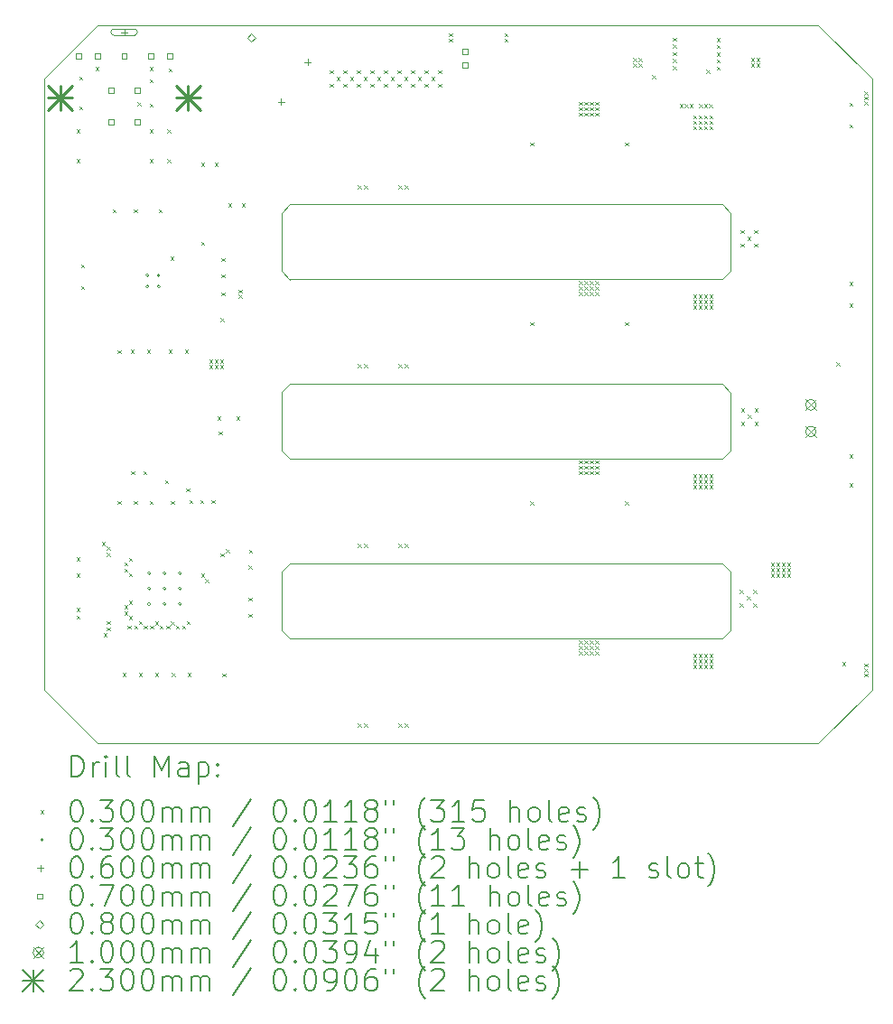
<source format=gbr>
%TF.GenerationSoftware,KiCad,Pcbnew,7.0.9*%
%TF.CreationDate,2025-01-01T13:08:24+08:00*%
%TF.ProjectId,ver0.1-rounded,76657230-2e31-42d7-926f-756e6465642e,rev?*%
%TF.SameCoordinates,Original*%
%TF.FileFunction,Drillmap*%
%TF.FilePolarity,Positive*%
%FSLAX45Y45*%
G04 Gerber Fmt 4.5, Leading zero omitted, Abs format (unit mm)*
G04 Created by KiCad (PCBNEW 7.0.9) date 2025-01-01 13:08:24*
%MOMM*%
%LPD*%
G01*
G04 APERTURE LIST*
%ADD10C,0.100000*%
%ADD11C,0.200000*%
%ADD12C,0.230000*%
G04 APERTURE END LIST*
D10*
X12956772Y-11904302D02*
X13036772Y-11827734D01*
X13036580Y-12529890D02*
X17088272Y-12529890D01*
X17168272Y-12450590D02*
X17168464Y-11907734D01*
X12956580Y-10767590D02*
X12956772Y-10221303D01*
X17088272Y-10846890D02*
X17168272Y-10766890D01*
X12956580Y-12450590D02*
X12956772Y-11904302D01*
X17088464Y-11827734D02*
X17168464Y-11907734D01*
X17168272Y-9084590D02*
X17168464Y-8541734D01*
X12956580Y-9084590D02*
X12956772Y-8538303D01*
X10730832Y-13010034D02*
X11230832Y-13510034D01*
X17088464Y-11827734D02*
X13036772Y-11827734D01*
X17088464Y-10144734D02*
X17168464Y-10224734D01*
X17088464Y-10144734D02*
X13036772Y-10144734D01*
X17168272Y-10767590D02*
X17168464Y-10224734D01*
X17990922Y-13510034D02*
X11230832Y-13510034D01*
X17088464Y-8461734D02*
X13036772Y-8461734D01*
X17088272Y-9163890D02*
X17168272Y-9083890D01*
X17088272Y-12529890D02*
X17168272Y-12449890D01*
X13036580Y-10847590D02*
X12956580Y-10767590D01*
X11230990Y-6778772D02*
X10730990Y-7278772D01*
X17990922Y-13510034D02*
X18490922Y-13010034D01*
X13036580Y-9163890D02*
X17088272Y-9163890D01*
X18491080Y-7278772D02*
X18490922Y-13010034D01*
X12956772Y-10221303D02*
X13036772Y-10144734D01*
X10730832Y-13010034D02*
X10730990Y-7278772D01*
X13036580Y-9164590D02*
X12956580Y-9084590D01*
X13036580Y-12529890D02*
X12956580Y-12450590D01*
X11230990Y-6778772D02*
X17991080Y-6778772D01*
X18491080Y-7278772D02*
X17991080Y-6778772D01*
X13036580Y-10846890D02*
X17088272Y-10846890D01*
X12956772Y-8538303D02*
X13036772Y-8461734D01*
X17088464Y-8461734D02*
X17168464Y-8541734D01*
D11*
D10*
X11032222Y-12314668D02*
X11062222Y-12344668D01*
X11062222Y-12314668D02*
X11032222Y-12344668D01*
X11032372Y-11770854D02*
X11062372Y-11800854D01*
X11062372Y-11770854D02*
X11032372Y-11800854D01*
X11032372Y-11923254D02*
X11062372Y-11953254D01*
X11062372Y-11923254D02*
X11032372Y-11953254D01*
X11033746Y-12243548D02*
X11063746Y-12273548D01*
X11063746Y-12243548D02*
X11033746Y-12273548D01*
X11034000Y-7757400D02*
X11064000Y-7787400D01*
X11064000Y-7757400D02*
X11034000Y-7787400D01*
X11034000Y-8036800D02*
X11064000Y-8066800D01*
X11064000Y-8036800D02*
X11034000Y-8066800D01*
X11059400Y-7262100D02*
X11089400Y-7292100D01*
X11089400Y-7262100D02*
X11059400Y-7292100D01*
X11059400Y-7541500D02*
X11089400Y-7571500D01*
X11089400Y-7541500D02*
X11059400Y-7571500D01*
X11076820Y-9224074D02*
X11106820Y-9254074D01*
X11106820Y-9224074D02*
X11076820Y-9254074D01*
X11077838Y-9020796D02*
X11107838Y-9050796D01*
X11107838Y-9020796D02*
X11077838Y-9050796D01*
X11211800Y-7173200D02*
X11241800Y-7203200D01*
X11241800Y-7173200D02*
X11211800Y-7203200D01*
X11272549Y-11627486D02*
X11302549Y-11657486D01*
X11302549Y-11627486D02*
X11272549Y-11657486D01*
X11286479Y-12479106D02*
X11316479Y-12509106D01*
X11316479Y-12479106D02*
X11286479Y-12509106D01*
X11319271Y-11667460D02*
X11349271Y-11697460D01*
X11349271Y-11667460D02*
X11319271Y-11697460D01*
X11319271Y-11727460D02*
X11349271Y-11757460D01*
X11349271Y-11727460D02*
X11319271Y-11757460D01*
X11319271Y-12367460D02*
X11349271Y-12397460D01*
X11349271Y-12367460D02*
X11319271Y-12397460D01*
X11319271Y-12427460D02*
X11349271Y-12457460D01*
X11349271Y-12427460D02*
X11319271Y-12457460D01*
X11372934Y-8505982D02*
X11402934Y-8535982D01*
X11402934Y-8505982D02*
X11372934Y-8535982D01*
X11417057Y-9825122D02*
X11447057Y-9855122D01*
X11447057Y-9825122D02*
X11417057Y-9855122D01*
X11418048Y-11241892D02*
X11448048Y-11271892D01*
X11448048Y-11241892D02*
X11418048Y-11271892D01*
X11466816Y-12854162D02*
X11496816Y-12884162D01*
X11496816Y-12854162D02*
X11466816Y-12884162D01*
X11481749Y-11817460D02*
X11511749Y-11847460D01*
X11511749Y-11817460D02*
X11481749Y-11847460D01*
X11481749Y-11877460D02*
X11511749Y-11907460D01*
X11511749Y-11877460D02*
X11481749Y-11907460D01*
X11481749Y-12217460D02*
X11511749Y-12247460D01*
X11511749Y-12217460D02*
X11481749Y-12247460D01*
X11481749Y-12277460D02*
X11511749Y-12307460D01*
X11511749Y-12277460D02*
X11481749Y-12307460D01*
X11514260Y-12409971D02*
X11544260Y-12439971D01*
X11544260Y-12409971D02*
X11514260Y-12439971D01*
X11524619Y-12175620D02*
X11554619Y-12205620D01*
X11554619Y-12175620D02*
X11524619Y-12205620D01*
X11524638Y-11919797D02*
X11554638Y-11949797D01*
X11554638Y-11919797D02*
X11524638Y-11949797D01*
X11524882Y-12319486D02*
X11554882Y-12349486D01*
X11554882Y-12319486D02*
X11524882Y-12349486D01*
X11525890Y-11776132D02*
X11555890Y-11806132D01*
X11555890Y-11776132D02*
X11525890Y-11806132D01*
X11542762Y-9821402D02*
X11572762Y-9851402D01*
X11572762Y-9821402D02*
X11542762Y-9851402D01*
X11547000Y-10961000D02*
X11577000Y-10991000D01*
X11577000Y-10961000D02*
X11547000Y-10991000D01*
X11569178Y-8505982D02*
X11599178Y-8535982D01*
X11599178Y-8505982D02*
X11569178Y-8535982D01*
X11569432Y-11241892D02*
X11599432Y-11271892D01*
X11599432Y-11241892D02*
X11569432Y-11271892D01*
X11574260Y-12409971D02*
X11604260Y-12439971D01*
X11604260Y-12409971D02*
X11574260Y-12439971D01*
X11605500Y-7503400D02*
X11635500Y-7533400D01*
X11635500Y-7503400D02*
X11605500Y-7533400D01*
X11618817Y-12368365D02*
X11648817Y-12398365D01*
X11648817Y-12368365D02*
X11618817Y-12398365D01*
X11619216Y-12854162D02*
X11649216Y-12884162D01*
X11649216Y-12854162D02*
X11619216Y-12884162D01*
X11659000Y-10960000D02*
X11689000Y-10990000D01*
X11689000Y-10960000D02*
X11659000Y-10990000D01*
X11664260Y-12409971D02*
X11694260Y-12439971D01*
X11694260Y-12409971D02*
X11664260Y-12439971D01*
X11694146Y-9821402D02*
X11724146Y-9851402D01*
X11724146Y-9821402D02*
X11694146Y-9851402D01*
X11719800Y-7173200D02*
X11749800Y-7203200D01*
X11749800Y-7173200D02*
X11719800Y-7203200D01*
X11719800Y-7287500D02*
X11749800Y-7317500D01*
X11749800Y-7287500D02*
X11719800Y-7317500D01*
X11719800Y-7516100D02*
X11749800Y-7546100D01*
X11749800Y-7516100D02*
X11719800Y-7546100D01*
X11719800Y-7757400D02*
X11749800Y-7787400D01*
X11749800Y-7757400D02*
X11719800Y-7787400D01*
X11719800Y-8036800D02*
X11749800Y-8066800D01*
X11749800Y-8036800D02*
X11719800Y-8066800D01*
X11721324Y-11241562D02*
X11751324Y-11271562D01*
X11751324Y-11241562D02*
X11721324Y-11271562D01*
X11724260Y-12409971D02*
X11754260Y-12439971D01*
X11754260Y-12409971D02*
X11724260Y-12439971D01*
X11769094Y-12370209D02*
X11799094Y-12400209D01*
X11799094Y-12370209D02*
X11769094Y-12400209D01*
X11771870Y-12854162D02*
X11801870Y-12884162D01*
X11801870Y-12854162D02*
X11771870Y-12884162D01*
X11803620Y-8505982D02*
X11833620Y-8535982D01*
X11833620Y-8505982D02*
X11803620Y-8535982D01*
X11814260Y-12409971D02*
X11844260Y-12439971D01*
X11844260Y-12409971D02*
X11814260Y-12439971D01*
X11865000Y-11048000D02*
X11895000Y-11078000D01*
X11895000Y-11048000D02*
X11865000Y-11078000D01*
X11874260Y-12409971D02*
X11904260Y-12439971D01*
X11904260Y-12409971D02*
X11874260Y-12439971D01*
X11884900Y-7757400D02*
X11914900Y-7787400D01*
X11914900Y-7757400D02*
X11884900Y-7787400D01*
X11884900Y-8036800D02*
X11914900Y-8066800D01*
X11914900Y-8036800D02*
X11884900Y-8066800D01*
X11897600Y-7185900D02*
X11927600Y-7215900D01*
X11927600Y-7185900D02*
X11897600Y-7215900D01*
X11897600Y-9821402D02*
X11927600Y-9851402D01*
X11927600Y-9821402D02*
X11897600Y-9851402D01*
X11915888Y-8948660D02*
X11945888Y-8978660D01*
X11945888Y-8948660D02*
X11915888Y-8978660D01*
X11918174Y-11241562D02*
X11948174Y-11271562D01*
X11948174Y-11241562D02*
X11918174Y-11271562D01*
X11919000Y-12370000D02*
X11949000Y-12400000D01*
X11949000Y-12370000D02*
X11919000Y-12400000D01*
X11925032Y-12854162D02*
X11955032Y-12884162D01*
X11955032Y-12854162D02*
X11925032Y-12884162D01*
X11964260Y-12409971D02*
X11994260Y-12439971D01*
X11994260Y-12409971D02*
X11964260Y-12439971D01*
X12024260Y-12409971D02*
X12054260Y-12439971D01*
X12054260Y-12409971D02*
X12024260Y-12439971D01*
X12049492Y-9821402D02*
X12079492Y-9851402D01*
X12079492Y-9821402D02*
X12049492Y-9851402D01*
X12062700Y-11122900D02*
X12092700Y-11152900D01*
X12092700Y-11122900D02*
X12062700Y-11152900D01*
X12067000Y-12367000D02*
X12097000Y-12397000D01*
X12097000Y-12367000D02*
X12067000Y-12397000D01*
X12076670Y-12854162D02*
X12106670Y-12884162D01*
X12106670Y-12854162D02*
X12076670Y-12884162D01*
X12090268Y-11234138D02*
X12120268Y-11264138D01*
X12120268Y-11234138D02*
X12090268Y-11264138D01*
X12194408Y-11234138D02*
X12224408Y-11264138D01*
X12224408Y-11234138D02*
X12194408Y-11264138D01*
X12202400Y-8811500D02*
X12232400Y-8841500D01*
X12232400Y-8811500D02*
X12202400Y-8841500D01*
X12202400Y-11923000D02*
X12232400Y-11953000D01*
X12232400Y-11923000D02*
X12202400Y-11953000D01*
X12203670Y-8071392D02*
X12233670Y-8101392D01*
X12233670Y-8071392D02*
X12203670Y-8101392D01*
X12240754Y-11972460D02*
X12270754Y-12002460D01*
X12270754Y-11972460D02*
X12240754Y-12002460D01*
X12278600Y-9916400D02*
X12308600Y-9946400D01*
X12308600Y-9916400D02*
X12278600Y-9946400D01*
X12278600Y-9967200D02*
X12308600Y-9997200D01*
X12308600Y-9967200D02*
X12278600Y-9997200D01*
X12300834Y-11234138D02*
X12330834Y-11264138D01*
X12330834Y-11234138D02*
X12300834Y-11264138D01*
X12329400Y-9916400D02*
X12359400Y-9946400D01*
X12359400Y-9916400D02*
X12329400Y-9946400D01*
X12329400Y-9967200D02*
X12359400Y-9997200D01*
X12359400Y-9967200D02*
X12329400Y-9997200D01*
X12330670Y-8071392D02*
X12360670Y-8101392D01*
X12360670Y-8071392D02*
X12330670Y-8101392D01*
X12354800Y-10449800D02*
X12384800Y-10479800D01*
X12384800Y-10449800D02*
X12354800Y-10479800D01*
X12367500Y-10589500D02*
X12397500Y-10619500D01*
X12397500Y-10589500D02*
X12367500Y-10619500D01*
X12380200Y-9916400D02*
X12410200Y-9946400D01*
X12410200Y-9916400D02*
X12380200Y-9946400D01*
X12380200Y-9967200D02*
X12410200Y-9997200D01*
X12410200Y-9967200D02*
X12380200Y-9997200D01*
X12382280Y-9528558D02*
X12412280Y-9558558D01*
X12412280Y-9528558D02*
X12382280Y-9558558D01*
X12385956Y-11732350D02*
X12415956Y-11762350D01*
X12415956Y-11732350D02*
X12385956Y-11762350D01*
X12394780Y-8964642D02*
X12424780Y-8994642D01*
X12424780Y-8964642D02*
X12394780Y-8994642D01*
X12394780Y-9116554D02*
X12424780Y-9146554D01*
X12424780Y-9116554D02*
X12394780Y-9146554D01*
X12394780Y-9284194D02*
X12424780Y-9314194D01*
X12424780Y-9284194D02*
X12394780Y-9314194D01*
X12400520Y-12857882D02*
X12430520Y-12887882D01*
X12430520Y-12857882D02*
X12400520Y-12887882D01*
X12433032Y-11694654D02*
X12463032Y-11724654D01*
X12463032Y-11694654D02*
X12433032Y-11724654D01*
X12457670Y-8451612D02*
X12487670Y-8481612D01*
X12487670Y-8451612D02*
X12457670Y-8481612D01*
X12532600Y-10449800D02*
X12562600Y-10479800D01*
X12562600Y-10449800D02*
X12532600Y-10479800D01*
X12552158Y-9260826D02*
X12582158Y-9290826D01*
X12582158Y-9260826D02*
X12552158Y-9290826D01*
X12552412Y-9307308D02*
X12582412Y-9337308D01*
X12582412Y-9307308D02*
X12552412Y-9337308D01*
X12584670Y-8451612D02*
X12614670Y-8481612D01*
X12614670Y-8451612D02*
X12584670Y-8481612D01*
X12648780Y-11848324D02*
X12678780Y-11878324D01*
X12678780Y-11848324D02*
X12648780Y-11878324D01*
X12648780Y-12147790D02*
X12678780Y-12177790D01*
X12678780Y-12147790D02*
X12648780Y-12177790D01*
X12648780Y-12300190D02*
X12678780Y-12330190D01*
X12678780Y-12300190D02*
X12648780Y-12330190D01*
X12649544Y-11696686D02*
X12679544Y-11726686D01*
X12679544Y-11696686D02*
X12649544Y-11726686D01*
X13408900Y-7201140D02*
X13438900Y-7231140D01*
X13438900Y-7201140D02*
X13408900Y-7231140D01*
X13408900Y-7328140D02*
X13438900Y-7358140D01*
X13438900Y-7328140D02*
X13408900Y-7358140D01*
X13472400Y-7264640D02*
X13502400Y-7294640D01*
X13502400Y-7264640D02*
X13472400Y-7294640D01*
X13535900Y-7201140D02*
X13565900Y-7231140D01*
X13565900Y-7201140D02*
X13535900Y-7231140D01*
X13535900Y-7328140D02*
X13565900Y-7358140D01*
X13565900Y-7328140D02*
X13535900Y-7358140D01*
X13599400Y-7264640D02*
X13629400Y-7294640D01*
X13629400Y-7264640D02*
X13599400Y-7294640D01*
X13662900Y-7201140D02*
X13692900Y-7231140D01*
X13692900Y-7201140D02*
X13662900Y-7231140D01*
X13662900Y-7328140D02*
X13692900Y-7358140D01*
X13692900Y-7328140D02*
X13662900Y-7358140D01*
X13670902Y-8280380D02*
X13700902Y-8310380D01*
X13700902Y-8280380D02*
X13670902Y-8310380D01*
X13670902Y-9956520D02*
X13700902Y-9986520D01*
X13700902Y-9956520D02*
X13670902Y-9986520D01*
X13670902Y-13327620D02*
X13700902Y-13357620D01*
X13700902Y-13327620D02*
X13670902Y-13357620D01*
X13671412Y-11641060D02*
X13701412Y-11671060D01*
X13701412Y-11641060D02*
X13671412Y-11671060D01*
X13726400Y-7264640D02*
X13756400Y-7294640D01*
X13756400Y-7264640D02*
X13726400Y-7294640D01*
X13728940Y-8280380D02*
X13758940Y-8310380D01*
X13758940Y-8280380D02*
X13728940Y-8310380D01*
X13728940Y-9956520D02*
X13758940Y-9986520D01*
X13758940Y-9956520D02*
X13728940Y-9986520D01*
X13728940Y-13327620D02*
X13758940Y-13357620D01*
X13758940Y-13327620D02*
X13728940Y-13357620D01*
X13729450Y-11641060D02*
X13759450Y-11671060D01*
X13759450Y-11641060D02*
X13729450Y-11671060D01*
X13789900Y-7201140D02*
X13819900Y-7231140D01*
X13819900Y-7201140D02*
X13789900Y-7231140D01*
X13789900Y-7328140D02*
X13819900Y-7358140D01*
X13819900Y-7328140D02*
X13789900Y-7358140D01*
X13853400Y-7264640D02*
X13883400Y-7294640D01*
X13883400Y-7264640D02*
X13853400Y-7294640D01*
X13916900Y-7201140D02*
X13946900Y-7231140D01*
X13946900Y-7201140D02*
X13916900Y-7231140D01*
X13916900Y-7328140D02*
X13946900Y-7358140D01*
X13946900Y-7328140D02*
X13916900Y-7358140D01*
X13980400Y-7264640D02*
X14010400Y-7294640D01*
X14010400Y-7264640D02*
X13980400Y-7294640D01*
X14043900Y-7201140D02*
X14073900Y-7231140D01*
X14073900Y-7201140D02*
X14043900Y-7231140D01*
X14043900Y-7328140D02*
X14073900Y-7358140D01*
X14073900Y-7328140D02*
X14043900Y-7358140D01*
X14051902Y-8280380D02*
X14081902Y-8310380D01*
X14081902Y-8280380D02*
X14051902Y-8310380D01*
X14051902Y-9956520D02*
X14081902Y-9986520D01*
X14081902Y-9956520D02*
X14051902Y-9986520D01*
X14052412Y-11641060D02*
X14082412Y-11671060D01*
X14082412Y-11641060D02*
X14052412Y-11671060D01*
X14052412Y-13327620D02*
X14082412Y-13357620D01*
X14082412Y-13327620D02*
X14052412Y-13357620D01*
X14107400Y-7264640D02*
X14137400Y-7294640D01*
X14137400Y-7264640D02*
X14107400Y-7294640D01*
X14109940Y-8280380D02*
X14139940Y-8310380D01*
X14139940Y-8280380D02*
X14109940Y-8310380D01*
X14109940Y-9956520D02*
X14139940Y-9986520D01*
X14139940Y-9956520D02*
X14109940Y-9986520D01*
X14110450Y-11641060D02*
X14140450Y-11671060D01*
X14140450Y-11641060D02*
X14110450Y-11671060D01*
X14110450Y-13327620D02*
X14140450Y-13357620D01*
X14140450Y-13327620D02*
X14110450Y-13357620D01*
X14170900Y-7201140D02*
X14200900Y-7231140D01*
X14200900Y-7201140D02*
X14170900Y-7231140D01*
X14170900Y-7328140D02*
X14200900Y-7358140D01*
X14200900Y-7328140D02*
X14170900Y-7358140D01*
X14234400Y-7264640D02*
X14264400Y-7294640D01*
X14264400Y-7264640D02*
X14234400Y-7294640D01*
X14297900Y-7201140D02*
X14327900Y-7231140D01*
X14327900Y-7201140D02*
X14297900Y-7231140D01*
X14297900Y-7328140D02*
X14327900Y-7358140D01*
X14327900Y-7328140D02*
X14297900Y-7358140D01*
X14361400Y-7264640D02*
X14391400Y-7294640D01*
X14391400Y-7264640D02*
X14361400Y-7294640D01*
X14424900Y-7201140D02*
X14454900Y-7231140D01*
X14454900Y-7201140D02*
X14424900Y-7231140D01*
X14424900Y-7328140D02*
X14454900Y-7358140D01*
X14454900Y-7328140D02*
X14424900Y-7358140D01*
X14526500Y-6855700D02*
X14556500Y-6885700D01*
X14556500Y-6855700D02*
X14526500Y-6885700D01*
X14526500Y-6906500D02*
X14556500Y-6936500D01*
X14556500Y-6906500D02*
X14526500Y-6936500D01*
X15047200Y-6855700D02*
X15077200Y-6885700D01*
X15077200Y-6855700D02*
X15047200Y-6885700D01*
X15047200Y-6906500D02*
X15077200Y-6936500D01*
X15077200Y-6906500D02*
X15047200Y-6936500D01*
X15289262Y-7881106D02*
X15319262Y-7911106D01*
X15319262Y-7881106D02*
X15289262Y-7911106D01*
X15289262Y-9564106D02*
X15319262Y-9594106D01*
X15319262Y-9564106D02*
X15289262Y-9594106D01*
X15289262Y-11247106D02*
X15319262Y-11277106D01*
X15319262Y-11247106D02*
X15289262Y-11277106D01*
X15743160Y-7498320D02*
X15773160Y-7528320D01*
X15773160Y-7498320D02*
X15743160Y-7528320D01*
X15743160Y-7549120D02*
X15773160Y-7579120D01*
X15773160Y-7549120D02*
X15743160Y-7579120D01*
X15743160Y-7599920D02*
X15773160Y-7629920D01*
X15773160Y-7599920D02*
X15743160Y-7629920D01*
X15743160Y-9179800D02*
X15773160Y-9209800D01*
X15773160Y-9179800D02*
X15743160Y-9209800D01*
X15743160Y-9230600D02*
X15773160Y-9260600D01*
X15773160Y-9230600D02*
X15743160Y-9260600D01*
X15743160Y-9281400D02*
X15773160Y-9311400D01*
X15773160Y-9281400D02*
X15743160Y-9311400D01*
X15743160Y-10861280D02*
X15773160Y-10891280D01*
X15773160Y-10861280D02*
X15743160Y-10891280D01*
X15743160Y-10912080D02*
X15773160Y-10942080D01*
X15773160Y-10912080D02*
X15743160Y-10942080D01*
X15743160Y-10962880D02*
X15773160Y-10992880D01*
X15773160Y-10962880D02*
X15743160Y-10992880D01*
X15743160Y-12547840D02*
X15773160Y-12577840D01*
X15773160Y-12547840D02*
X15743160Y-12577840D01*
X15743160Y-12598640D02*
X15773160Y-12628640D01*
X15773160Y-12598640D02*
X15743160Y-12628640D01*
X15743160Y-12649440D02*
X15773160Y-12679440D01*
X15773160Y-12649440D02*
X15743160Y-12679440D01*
X15793960Y-7498320D02*
X15823960Y-7528320D01*
X15823960Y-7498320D02*
X15793960Y-7528320D01*
X15793960Y-7549120D02*
X15823960Y-7579120D01*
X15823960Y-7549120D02*
X15793960Y-7579120D01*
X15793960Y-7599920D02*
X15823960Y-7629920D01*
X15823960Y-7599920D02*
X15793960Y-7629920D01*
X15793960Y-9179800D02*
X15823960Y-9209800D01*
X15823960Y-9179800D02*
X15793960Y-9209800D01*
X15793960Y-9230600D02*
X15823960Y-9260600D01*
X15823960Y-9230600D02*
X15793960Y-9260600D01*
X15793960Y-9281400D02*
X15823960Y-9311400D01*
X15823960Y-9281400D02*
X15793960Y-9311400D01*
X15793960Y-10861280D02*
X15823960Y-10891280D01*
X15823960Y-10861280D02*
X15793960Y-10891280D01*
X15793960Y-10912080D02*
X15823960Y-10942080D01*
X15823960Y-10912080D02*
X15793960Y-10942080D01*
X15793960Y-10962880D02*
X15823960Y-10992880D01*
X15823960Y-10962880D02*
X15793960Y-10992880D01*
X15793960Y-12547840D02*
X15823960Y-12577840D01*
X15823960Y-12547840D02*
X15793960Y-12577840D01*
X15793960Y-12598640D02*
X15823960Y-12628640D01*
X15823960Y-12598640D02*
X15793960Y-12628640D01*
X15793960Y-12649440D02*
X15823960Y-12679440D01*
X15823960Y-12649440D02*
X15793960Y-12679440D01*
X15844760Y-7498320D02*
X15874760Y-7528320D01*
X15874760Y-7498320D02*
X15844760Y-7528320D01*
X15844760Y-7549120D02*
X15874760Y-7579120D01*
X15874760Y-7549120D02*
X15844760Y-7579120D01*
X15844760Y-7599920D02*
X15874760Y-7629920D01*
X15874760Y-7599920D02*
X15844760Y-7629920D01*
X15844760Y-9179800D02*
X15874760Y-9209800D01*
X15874760Y-9179800D02*
X15844760Y-9209800D01*
X15844760Y-9230600D02*
X15874760Y-9260600D01*
X15874760Y-9230600D02*
X15844760Y-9260600D01*
X15844760Y-9281400D02*
X15874760Y-9311400D01*
X15874760Y-9281400D02*
X15844760Y-9311400D01*
X15844760Y-10861280D02*
X15874760Y-10891280D01*
X15874760Y-10861280D02*
X15844760Y-10891280D01*
X15844760Y-10912080D02*
X15874760Y-10942080D01*
X15874760Y-10912080D02*
X15844760Y-10942080D01*
X15844760Y-10962880D02*
X15874760Y-10992880D01*
X15874760Y-10962880D02*
X15844760Y-10992880D01*
X15844760Y-12547840D02*
X15874760Y-12577840D01*
X15874760Y-12547840D02*
X15844760Y-12577840D01*
X15844760Y-12598640D02*
X15874760Y-12628640D01*
X15874760Y-12598640D02*
X15844760Y-12628640D01*
X15844760Y-12649440D02*
X15874760Y-12679440D01*
X15874760Y-12649440D02*
X15844760Y-12679440D01*
X15895560Y-7498320D02*
X15925560Y-7528320D01*
X15925560Y-7498320D02*
X15895560Y-7528320D01*
X15895560Y-7549120D02*
X15925560Y-7579120D01*
X15925560Y-7549120D02*
X15895560Y-7579120D01*
X15895560Y-7599920D02*
X15925560Y-7629920D01*
X15925560Y-7599920D02*
X15895560Y-7629920D01*
X15895560Y-9179800D02*
X15925560Y-9209800D01*
X15925560Y-9179800D02*
X15895560Y-9209800D01*
X15895560Y-9230600D02*
X15925560Y-9260600D01*
X15925560Y-9230600D02*
X15895560Y-9260600D01*
X15895560Y-9281400D02*
X15925560Y-9311400D01*
X15925560Y-9281400D02*
X15895560Y-9311400D01*
X15895560Y-10861280D02*
X15925560Y-10891280D01*
X15925560Y-10861280D02*
X15895560Y-10891280D01*
X15895560Y-10912080D02*
X15925560Y-10942080D01*
X15925560Y-10912080D02*
X15895560Y-10942080D01*
X15895560Y-10962880D02*
X15925560Y-10992880D01*
X15925560Y-10962880D02*
X15895560Y-10992880D01*
X15895560Y-12547840D02*
X15925560Y-12577840D01*
X15925560Y-12547840D02*
X15895560Y-12577840D01*
X15895560Y-12598640D02*
X15925560Y-12628640D01*
X15925560Y-12598640D02*
X15895560Y-12628640D01*
X15895560Y-12649440D02*
X15925560Y-12679440D01*
X15925560Y-12649440D02*
X15895560Y-12679440D01*
X16178262Y-7881106D02*
X16208262Y-7911106D01*
X16208262Y-7881106D02*
X16178262Y-7911106D01*
X16178262Y-9564106D02*
X16208262Y-9594106D01*
X16208262Y-9564106D02*
X16178262Y-9594106D01*
X16178262Y-11247106D02*
X16208262Y-11277106D01*
X16208262Y-11247106D02*
X16178262Y-11277106D01*
X16253700Y-7086840D02*
X16283700Y-7116840D01*
X16283700Y-7086840D02*
X16253700Y-7116840D01*
X16253700Y-7137640D02*
X16283700Y-7167640D01*
X16283700Y-7137640D02*
X16253700Y-7167640D01*
X16304500Y-7086840D02*
X16334500Y-7116840D01*
X16334500Y-7086840D02*
X16304500Y-7116840D01*
X16304500Y-7137640D02*
X16334500Y-7167640D01*
X16334500Y-7137640D02*
X16304500Y-7167640D01*
X16431500Y-7249174D02*
X16461500Y-7279174D01*
X16461500Y-7249174D02*
X16431500Y-7279174D01*
X16628000Y-6898880D02*
X16658000Y-6928880D01*
X16658000Y-6898880D02*
X16628000Y-6928880D01*
X16628000Y-6962380D02*
X16658000Y-6992380D01*
X16658000Y-6962380D02*
X16628000Y-6992380D01*
X16628000Y-7033500D02*
X16658000Y-7063500D01*
X16658000Y-7033500D02*
X16628000Y-7063500D01*
X16628000Y-7097000D02*
X16658000Y-7127000D01*
X16658000Y-7097000D02*
X16628000Y-7127000D01*
X16628000Y-7165580D02*
X16658000Y-7195580D01*
X16658000Y-7165580D02*
X16628000Y-7195580D01*
X16688040Y-7518640D02*
X16718040Y-7548640D01*
X16718040Y-7518640D02*
X16688040Y-7548640D01*
X16733760Y-7518640D02*
X16763760Y-7548640D01*
X16763760Y-7518640D02*
X16733760Y-7548640D01*
X16782020Y-7518640D02*
X16812020Y-7548640D01*
X16812020Y-7518640D02*
X16782020Y-7548640D01*
X16815040Y-7625320D02*
X16845040Y-7655320D01*
X16845040Y-7625320D02*
X16815040Y-7655320D01*
X16815040Y-7676120D02*
X16845040Y-7706120D01*
X16845040Y-7676120D02*
X16815040Y-7706120D01*
X16815040Y-7726920D02*
X16845040Y-7756920D01*
X16845040Y-7726920D02*
X16815040Y-7756920D01*
X16815040Y-9306800D02*
X16845040Y-9336800D01*
X16845040Y-9306800D02*
X16815040Y-9336800D01*
X16815040Y-9357600D02*
X16845040Y-9387600D01*
X16845040Y-9357600D02*
X16815040Y-9387600D01*
X16815040Y-9408400D02*
X16845040Y-9438400D01*
X16845040Y-9408400D02*
X16815040Y-9438400D01*
X16815040Y-10989296D02*
X16845040Y-11019296D01*
X16845040Y-10989296D02*
X16815040Y-11019296D01*
X16815040Y-11040096D02*
X16845040Y-11070096D01*
X16845040Y-11040096D02*
X16815040Y-11070096D01*
X16815040Y-11090896D02*
X16845040Y-11120896D01*
X16845040Y-11090896D02*
X16815040Y-11120896D01*
X16815040Y-12674840D02*
X16845040Y-12704840D01*
X16845040Y-12674840D02*
X16815040Y-12704840D01*
X16815040Y-12725640D02*
X16845040Y-12755640D01*
X16845040Y-12725640D02*
X16815040Y-12755640D01*
X16815040Y-12776440D02*
X16845040Y-12806440D01*
X16845040Y-12776440D02*
X16815040Y-12806440D01*
X16865840Y-7625320D02*
X16895840Y-7655320D01*
X16895840Y-7625320D02*
X16865840Y-7655320D01*
X16865840Y-7676120D02*
X16895840Y-7706120D01*
X16895840Y-7676120D02*
X16865840Y-7706120D01*
X16865840Y-7726920D02*
X16895840Y-7756920D01*
X16895840Y-7726920D02*
X16865840Y-7756920D01*
X16865840Y-9306800D02*
X16895840Y-9336800D01*
X16895840Y-9306800D02*
X16865840Y-9336800D01*
X16865840Y-9357600D02*
X16895840Y-9387600D01*
X16895840Y-9357600D02*
X16865840Y-9387600D01*
X16865840Y-9408400D02*
X16895840Y-9438400D01*
X16895840Y-9408400D02*
X16865840Y-9438400D01*
X16865840Y-10989296D02*
X16895840Y-11019296D01*
X16895840Y-10989296D02*
X16865840Y-11019296D01*
X16865840Y-11040096D02*
X16895840Y-11070096D01*
X16895840Y-11040096D02*
X16865840Y-11070096D01*
X16865840Y-11090896D02*
X16895840Y-11120896D01*
X16895840Y-11090896D02*
X16865840Y-11120896D01*
X16865840Y-12674840D02*
X16895840Y-12704840D01*
X16895840Y-12674840D02*
X16865840Y-12704840D01*
X16865840Y-12725640D02*
X16895840Y-12755640D01*
X16895840Y-12725640D02*
X16865840Y-12755640D01*
X16865840Y-12776440D02*
X16895840Y-12806440D01*
X16895840Y-12776440D02*
X16865840Y-12806440D01*
X16870920Y-7518640D02*
X16900920Y-7548640D01*
X16900920Y-7518640D02*
X16870920Y-7548640D01*
X16916640Y-7518640D02*
X16946640Y-7548640D01*
X16946640Y-7518640D02*
X16916640Y-7548640D01*
X16916640Y-7625320D02*
X16946640Y-7655320D01*
X16946640Y-7625320D02*
X16916640Y-7655320D01*
X16916640Y-7676120D02*
X16946640Y-7706120D01*
X16946640Y-7676120D02*
X16916640Y-7706120D01*
X16916640Y-7726920D02*
X16946640Y-7756920D01*
X16946640Y-7726920D02*
X16916640Y-7756920D01*
X16916640Y-9306800D02*
X16946640Y-9336800D01*
X16946640Y-9306800D02*
X16916640Y-9336800D01*
X16916640Y-9357600D02*
X16946640Y-9387600D01*
X16946640Y-9357600D02*
X16916640Y-9387600D01*
X16916640Y-9408400D02*
X16946640Y-9438400D01*
X16946640Y-9408400D02*
X16916640Y-9438400D01*
X16916640Y-10989296D02*
X16946640Y-11019296D01*
X16946640Y-10989296D02*
X16916640Y-11019296D01*
X16916640Y-11040096D02*
X16946640Y-11070096D01*
X16946640Y-11040096D02*
X16916640Y-11070096D01*
X16916640Y-11090896D02*
X16946640Y-11120896D01*
X16946640Y-11090896D02*
X16916640Y-11120896D01*
X16916640Y-12674840D02*
X16946640Y-12704840D01*
X16946640Y-12674840D02*
X16916640Y-12704840D01*
X16916640Y-12725640D02*
X16946640Y-12755640D01*
X16946640Y-12725640D02*
X16916640Y-12755640D01*
X16916640Y-12776440D02*
X16946640Y-12806440D01*
X16946640Y-12776440D02*
X16916640Y-12806440D01*
X16939500Y-7198600D02*
X16969500Y-7228600D01*
X16969500Y-7198600D02*
X16939500Y-7228600D01*
X16964900Y-7518640D02*
X16994900Y-7548640D01*
X16994900Y-7518640D02*
X16964900Y-7548640D01*
X16967440Y-7625320D02*
X16997440Y-7655320D01*
X16997440Y-7625320D02*
X16967440Y-7655320D01*
X16967440Y-7676120D02*
X16997440Y-7706120D01*
X16997440Y-7676120D02*
X16967440Y-7706120D01*
X16967440Y-7726920D02*
X16997440Y-7756920D01*
X16997440Y-7726920D02*
X16967440Y-7756920D01*
X16967440Y-9306800D02*
X16997440Y-9336800D01*
X16997440Y-9306800D02*
X16967440Y-9336800D01*
X16967440Y-9357600D02*
X16997440Y-9387600D01*
X16997440Y-9357600D02*
X16967440Y-9387600D01*
X16967440Y-9408400D02*
X16997440Y-9438400D01*
X16997440Y-9408400D02*
X16967440Y-9438400D01*
X16967440Y-10989296D02*
X16997440Y-11019296D01*
X16997440Y-10989296D02*
X16967440Y-11019296D01*
X16967440Y-11040096D02*
X16997440Y-11070096D01*
X16997440Y-11040096D02*
X16967440Y-11070096D01*
X16967440Y-11090896D02*
X16997440Y-11120896D01*
X16997440Y-11090896D02*
X16967440Y-11120896D01*
X16967440Y-12674840D02*
X16997440Y-12704840D01*
X16997440Y-12674840D02*
X16967440Y-12704840D01*
X16967440Y-12725640D02*
X16997440Y-12755640D01*
X16997440Y-12725640D02*
X16967440Y-12755640D01*
X16967440Y-12776440D02*
X16997440Y-12806440D01*
X16997440Y-12776440D02*
X16967440Y-12806440D01*
X17036020Y-6901420D02*
X17066020Y-6931420D01*
X17066020Y-6901420D02*
X17036020Y-6931420D01*
X17036020Y-6964920D02*
X17066020Y-6994920D01*
X17066020Y-6964920D02*
X17036020Y-6994920D01*
X17036020Y-7036040D02*
X17066020Y-7066040D01*
X17066020Y-7036040D02*
X17036020Y-7066040D01*
X17036020Y-7168120D02*
X17066020Y-7198120D01*
X17066020Y-7168120D02*
X17036020Y-7198120D01*
X17037176Y-7099540D02*
X17067176Y-7129540D01*
X17067176Y-7099540D02*
X17037176Y-7129540D01*
X17254460Y-12072860D02*
X17284460Y-12102860D01*
X17284460Y-12072860D02*
X17254460Y-12102860D01*
X17254460Y-12199860D02*
X17284460Y-12229860D01*
X17284460Y-12199860D02*
X17254460Y-12229860D01*
X17259540Y-8702280D02*
X17289540Y-8732280D01*
X17289540Y-8702280D02*
X17259540Y-8732280D01*
X17259540Y-8829280D02*
X17289540Y-8859280D01*
X17289540Y-8829280D02*
X17259540Y-8859280D01*
X17264620Y-10371060D02*
X17294620Y-10401060D01*
X17294620Y-10371060D02*
X17264620Y-10401060D01*
X17264620Y-10498060D02*
X17294620Y-10528060D01*
X17294620Y-10498060D02*
X17264620Y-10528060D01*
X17317960Y-12136360D02*
X17347960Y-12166360D01*
X17347960Y-12136360D02*
X17317960Y-12166360D01*
X17323040Y-8765780D02*
X17353040Y-8795780D01*
X17353040Y-8765780D02*
X17323040Y-8795780D01*
X17328120Y-10434560D02*
X17358120Y-10464560D01*
X17358120Y-10434560D02*
X17328120Y-10464560D01*
X17358600Y-7086840D02*
X17388600Y-7116840D01*
X17388600Y-7086840D02*
X17358600Y-7116840D01*
X17358600Y-7137640D02*
X17388600Y-7167640D01*
X17388600Y-7137640D02*
X17358600Y-7167640D01*
X17381460Y-12072860D02*
X17411460Y-12102860D01*
X17411460Y-12072860D02*
X17381460Y-12102860D01*
X17381460Y-12199860D02*
X17411460Y-12229860D01*
X17411460Y-12199860D02*
X17381460Y-12229860D01*
X17386540Y-8702280D02*
X17416540Y-8732280D01*
X17416540Y-8702280D02*
X17386540Y-8732280D01*
X17386540Y-8829280D02*
X17416540Y-8859280D01*
X17416540Y-8829280D02*
X17386540Y-8859280D01*
X17391620Y-10371060D02*
X17421620Y-10401060D01*
X17421620Y-10371060D02*
X17391620Y-10401060D01*
X17391620Y-10498060D02*
X17421620Y-10528060D01*
X17421620Y-10498060D02*
X17391620Y-10528060D01*
X17409400Y-7086840D02*
X17439400Y-7116840D01*
X17439400Y-7086840D02*
X17409400Y-7116840D01*
X17409400Y-7137640D02*
X17439400Y-7167640D01*
X17439400Y-7137640D02*
X17409400Y-7167640D01*
X17544020Y-11818860D02*
X17574020Y-11848860D01*
X17574020Y-11818860D02*
X17544020Y-11848860D01*
X17544020Y-11869660D02*
X17574020Y-11899660D01*
X17574020Y-11869660D02*
X17544020Y-11899660D01*
X17544020Y-11920460D02*
X17574020Y-11950460D01*
X17574020Y-11920460D02*
X17544020Y-11950460D01*
X17594820Y-11818860D02*
X17624820Y-11848860D01*
X17624820Y-11818860D02*
X17594820Y-11848860D01*
X17594820Y-11869660D02*
X17624820Y-11899660D01*
X17624820Y-11869660D02*
X17594820Y-11899660D01*
X17594820Y-11920460D02*
X17624820Y-11950460D01*
X17624820Y-11920460D02*
X17594820Y-11950460D01*
X17645620Y-11818860D02*
X17675620Y-11848860D01*
X17675620Y-11818860D02*
X17645620Y-11848860D01*
X17645620Y-11869660D02*
X17675620Y-11899660D01*
X17675620Y-11869660D02*
X17645620Y-11899660D01*
X17645620Y-11920460D02*
X17675620Y-11950460D01*
X17675620Y-11920460D02*
X17645620Y-11950460D01*
X17696420Y-11818860D02*
X17726420Y-11848860D01*
X17726420Y-11818860D02*
X17696420Y-11848860D01*
X17696420Y-11869660D02*
X17726420Y-11899660D01*
X17726420Y-11869660D02*
X17696420Y-11899660D01*
X17696420Y-11920460D02*
X17726420Y-11950460D01*
X17726420Y-11920460D02*
X17696420Y-11950460D01*
X18158700Y-9941800D02*
X18188700Y-9971800D01*
X18188700Y-9941800D02*
X18158700Y-9971800D01*
X18212040Y-12753580D02*
X18242040Y-12783580D01*
X18242040Y-12753580D02*
X18212040Y-12783580D01*
X18280366Y-7506586D02*
X18310366Y-7536586D01*
X18310366Y-7506586D02*
X18280366Y-7536586D01*
X18280366Y-9188886D02*
X18310366Y-9218886D01*
X18310366Y-9188886D02*
X18280366Y-9218886D01*
X18280366Y-10805400D02*
X18310366Y-10835400D01*
X18310366Y-10805400D02*
X18280366Y-10835400D01*
X18280370Y-7709738D02*
X18310370Y-7739738D01*
X18310370Y-7709738D02*
X18280370Y-7739738D01*
X18280370Y-9392038D02*
X18310370Y-9422038D01*
X18310370Y-9392038D02*
X18280370Y-9422038D01*
X18280510Y-11074793D02*
X18310510Y-11104793D01*
X18310510Y-11074793D02*
X18280510Y-11104793D01*
X18422860Y-7399260D02*
X18452860Y-7429260D01*
X18452860Y-7399260D02*
X18422860Y-7429260D01*
X18422860Y-7447520D02*
X18452860Y-7477520D01*
X18452860Y-7447520D02*
X18422860Y-7477520D01*
X18422860Y-7493240D02*
X18452860Y-7523240D01*
X18452860Y-7493240D02*
X18422860Y-7523240D01*
X18422860Y-12766280D02*
X18452860Y-12796280D01*
X18452860Y-12766280D02*
X18422860Y-12796280D01*
X18422860Y-12812000D02*
X18452860Y-12842000D01*
X18452860Y-12812000D02*
X18422860Y-12842000D01*
X18422860Y-12857720D02*
X18452860Y-12887720D01*
X18452860Y-12857720D02*
X18422860Y-12887720D01*
X11713732Y-9126298D02*
G75*
G03*
X11713732Y-9126298I-15000J0D01*
G01*
X11713732Y-9231298D02*
G75*
G03*
X11713732Y-9231298I-15000J0D01*
G01*
X11729260Y-11917460D02*
G75*
G03*
X11729260Y-11917460I-15000J0D01*
G01*
X11729260Y-12062460D02*
G75*
G03*
X11729260Y-12062460I-15000J0D01*
G01*
X11729260Y-12207460D02*
G75*
G03*
X11729260Y-12207460I-15000J0D01*
G01*
X11818732Y-9126298D02*
G75*
G03*
X11818732Y-9126298I-15000J0D01*
G01*
X11818732Y-9231298D02*
G75*
G03*
X11818732Y-9231298I-15000J0D01*
G01*
X11874260Y-11917460D02*
G75*
G03*
X11874260Y-11917460I-15000J0D01*
G01*
X11874260Y-12062460D02*
G75*
G03*
X11874260Y-12062460I-15000J0D01*
G01*
X11874260Y-12207460D02*
G75*
G03*
X11874260Y-12207460I-15000J0D01*
G01*
X12019260Y-11917460D02*
G75*
G03*
X12019260Y-11917460I-15000J0D01*
G01*
X12019260Y-12062460D02*
G75*
G03*
X12019260Y-12062460I-15000J0D01*
G01*
X12019260Y-12207460D02*
G75*
G03*
X12019260Y-12207460I-15000J0D01*
G01*
X11480768Y-6815090D02*
X11480768Y-6875090D01*
X11450768Y-6845090D02*
X11510768Y-6845090D01*
X11385768Y-6875090D02*
X11575768Y-6875090D01*
X11575768Y-6875090D02*
G75*
G03*
X11575768Y-6815090I0J30000D01*
G01*
X11575768Y-6815090D02*
X11385768Y-6815090D01*
X11385768Y-6815090D02*
G75*
G03*
X11385768Y-6875090I0J-30000D01*
G01*
X12952822Y-7467382D02*
X12952822Y-7527382D01*
X12922822Y-7497382D02*
X12982822Y-7497382D01*
X13202822Y-7097382D02*
X13202822Y-7157382D01*
X13172822Y-7127382D02*
X13232822Y-7127382D01*
X11080517Y-7094839D02*
X11080517Y-7045341D01*
X11031019Y-7045341D01*
X11031019Y-7094839D01*
X11080517Y-7094839D01*
X11255517Y-7094839D02*
X11255517Y-7045341D01*
X11206019Y-7045341D01*
X11206019Y-7094839D01*
X11255517Y-7094839D01*
X11380517Y-7414839D02*
X11380517Y-7365341D01*
X11331019Y-7365341D01*
X11331019Y-7414839D01*
X11380517Y-7414839D01*
X11380517Y-7714839D02*
X11380517Y-7665341D01*
X11331019Y-7665341D01*
X11331019Y-7714839D01*
X11380517Y-7714839D01*
X11505517Y-7094839D02*
X11505517Y-7045341D01*
X11456019Y-7045341D01*
X11456019Y-7094839D01*
X11505517Y-7094839D01*
X11630517Y-7414839D02*
X11630517Y-7365341D01*
X11581019Y-7365341D01*
X11581019Y-7414839D01*
X11630517Y-7414839D01*
X11630517Y-7714839D02*
X11630517Y-7665341D01*
X11581019Y-7665341D01*
X11581019Y-7714839D01*
X11630517Y-7714839D01*
X11755517Y-7094839D02*
X11755517Y-7045341D01*
X11706019Y-7045341D01*
X11706019Y-7094839D01*
X11755517Y-7094839D01*
X11930517Y-7094839D02*
X11930517Y-7045341D01*
X11881019Y-7045341D01*
X11881019Y-7094839D01*
X11930517Y-7094839D01*
X14704782Y-7048427D02*
X14704782Y-6998929D01*
X14655284Y-6998929D01*
X14655284Y-7048427D01*
X14704782Y-7048427D01*
X14704782Y-7175427D02*
X14704782Y-7125929D01*
X14655284Y-7125929D01*
X14655284Y-7175427D01*
X14704782Y-7175427D01*
X12672822Y-6937382D02*
X12712822Y-6897382D01*
X12672822Y-6857382D01*
X12632822Y-6897382D01*
X12672822Y-6937382D01*
X17869700Y-10289800D02*
X17969700Y-10389800D01*
X17969700Y-10289800D02*
X17869700Y-10389800D01*
X17969700Y-10339800D02*
G75*
G03*
X17969700Y-10339800I-50000J0D01*
G01*
X17869700Y-10539800D02*
X17969700Y-10639800D01*
X17969700Y-10539800D02*
X17869700Y-10639800D01*
X17969700Y-10589800D02*
G75*
G03*
X17969700Y-10589800I-50000J0D01*
G01*
D12*
X10765768Y-7345090D02*
X10995768Y-7575090D01*
X10995768Y-7345090D02*
X10765768Y-7575090D01*
X10880768Y-7345090D02*
X10880768Y-7575090D01*
X10765768Y-7460090D02*
X10995768Y-7460090D01*
X11965768Y-7345090D02*
X12195768Y-7575090D01*
X12195768Y-7345090D02*
X11965768Y-7575090D01*
X12080768Y-7345090D02*
X12080768Y-7575090D01*
X11965768Y-7460090D02*
X12195768Y-7460090D01*
D11*
X10986609Y-13826518D02*
X10986609Y-13626518D01*
X10986609Y-13626518D02*
X11034228Y-13626518D01*
X11034228Y-13626518D02*
X11062799Y-13636042D01*
X11062799Y-13636042D02*
X11081847Y-13655089D01*
X11081847Y-13655089D02*
X11091371Y-13674137D01*
X11091371Y-13674137D02*
X11100895Y-13712232D01*
X11100895Y-13712232D02*
X11100895Y-13740803D01*
X11100895Y-13740803D02*
X11091371Y-13778899D01*
X11091371Y-13778899D02*
X11081847Y-13797946D01*
X11081847Y-13797946D02*
X11062799Y-13816994D01*
X11062799Y-13816994D02*
X11034228Y-13826518D01*
X11034228Y-13826518D02*
X10986609Y-13826518D01*
X11186609Y-13826518D02*
X11186609Y-13693184D01*
X11186609Y-13731280D02*
X11196133Y-13712232D01*
X11196133Y-13712232D02*
X11205656Y-13702708D01*
X11205656Y-13702708D02*
X11224704Y-13693184D01*
X11224704Y-13693184D02*
X11243752Y-13693184D01*
X11310418Y-13826518D02*
X11310418Y-13693184D01*
X11310418Y-13626518D02*
X11300894Y-13636042D01*
X11300894Y-13636042D02*
X11310418Y-13645565D01*
X11310418Y-13645565D02*
X11319942Y-13636042D01*
X11319942Y-13636042D02*
X11310418Y-13626518D01*
X11310418Y-13626518D02*
X11310418Y-13645565D01*
X11434228Y-13826518D02*
X11415180Y-13816994D01*
X11415180Y-13816994D02*
X11405656Y-13797946D01*
X11405656Y-13797946D02*
X11405656Y-13626518D01*
X11538990Y-13826518D02*
X11519942Y-13816994D01*
X11519942Y-13816994D02*
X11510418Y-13797946D01*
X11510418Y-13797946D02*
X11510418Y-13626518D01*
X11767561Y-13826518D02*
X11767561Y-13626518D01*
X11767561Y-13626518D02*
X11834228Y-13769375D01*
X11834228Y-13769375D02*
X11900894Y-13626518D01*
X11900894Y-13626518D02*
X11900894Y-13826518D01*
X12081847Y-13826518D02*
X12081847Y-13721756D01*
X12081847Y-13721756D02*
X12072323Y-13702708D01*
X12072323Y-13702708D02*
X12053275Y-13693184D01*
X12053275Y-13693184D02*
X12015180Y-13693184D01*
X12015180Y-13693184D02*
X11996133Y-13702708D01*
X12081847Y-13816994D02*
X12062799Y-13826518D01*
X12062799Y-13826518D02*
X12015180Y-13826518D01*
X12015180Y-13826518D02*
X11996133Y-13816994D01*
X11996133Y-13816994D02*
X11986609Y-13797946D01*
X11986609Y-13797946D02*
X11986609Y-13778899D01*
X11986609Y-13778899D02*
X11996133Y-13759851D01*
X11996133Y-13759851D02*
X12015180Y-13750327D01*
X12015180Y-13750327D02*
X12062799Y-13750327D01*
X12062799Y-13750327D02*
X12081847Y-13740803D01*
X12177085Y-13693184D02*
X12177085Y-13893184D01*
X12177085Y-13702708D02*
X12196133Y-13693184D01*
X12196133Y-13693184D02*
X12234228Y-13693184D01*
X12234228Y-13693184D02*
X12253275Y-13702708D01*
X12253275Y-13702708D02*
X12262799Y-13712232D01*
X12262799Y-13712232D02*
X12272323Y-13731280D01*
X12272323Y-13731280D02*
X12272323Y-13788422D01*
X12272323Y-13788422D02*
X12262799Y-13807470D01*
X12262799Y-13807470D02*
X12253275Y-13816994D01*
X12253275Y-13816994D02*
X12234228Y-13826518D01*
X12234228Y-13826518D02*
X12196133Y-13826518D01*
X12196133Y-13826518D02*
X12177085Y-13816994D01*
X12358037Y-13807470D02*
X12367561Y-13816994D01*
X12367561Y-13816994D02*
X12358037Y-13826518D01*
X12358037Y-13826518D02*
X12348514Y-13816994D01*
X12348514Y-13816994D02*
X12358037Y-13807470D01*
X12358037Y-13807470D02*
X12358037Y-13826518D01*
X12358037Y-13702708D02*
X12367561Y-13712232D01*
X12367561Y-13712232D02*
X12358037Y-13721756D01*
X12358037Y-13721756D02*
X12348514Y-13712232D01*
X12348514Y-13712232D02*
X12358037Y-13702708D01*
X12358037Y-13702708D02*
X12358037Y-13721756D01*
D10*
X10695832Y-14140034D02*
X10725832Y-14170034D01*
X10725832Y-14140034D02*
X10695832Y-14170034D01*
D11*
X11024704Y-14046518D02*
X11043752Y-14046518D01*
X11043752Y-14046518D02*
X11062799Y-14056042D01*
X11062799Y-14056042D02*
X11072323Y-14065565D01*
X11072323Y-14065565D02*
X11081847Y-14084613D01*
X11081847Y-14084613D02*
X11091371Y-14122708D01*
X11091371Y-14122708D02*
X11091371Y-14170327D01*
X11091371Y-14170327D02*
X11081847Y-14208422D01*
X11081847Y-14208422D02*
X11072323Y-14227470D01*
X11072323Y-14227470D02*
X11062799Y-14236994D01*
X11062799Y-14236994D02*
X11043752Y-14246518D01*
X11043752Y-14246518D02*
X11024704Y-14246518D01*
X11024704Y-14246518D02*
X11005656Y-14236994D01*
X11005656Y-14236994D02*
X10996133Y-14227470D01*
X10996133Y-14227470D02*
X10986609Y-14208422D01*
X10986609Y-14208422D02*
X10977085Y-14170327D01*
X10977085Y-14170327D02*
X10977085Y-14122708D01*
X10977085Y-14122708D02*
X10986609Y-14084613D01*
X10986609Y-14084613D02*
X10996133Y-14065565D01*
X10996133Y-14065565D02*
X11005656Y-14056042D01*
X11005656Y-14056042D02*
X11024704Y-14046518D01*
X11177085Y-14227470D02*
X11186609Y-14236994D01*
X11186609Y-14236994D02*
X11177085Y-14246518D01*
X11177085Y-14246518D02*
X11167561Y-14236994D01*
X11167561Y-14236994D02*
X11177085Y-14227470D01*
X11177085Y-14227470D02*
X11177085Y-14246518D01*
X11253275Y-14046518D02*
X11377085Y-14046518D01*
X11377085Y-14046518D02*
X11310418Y-14122708D01*
X11310418Y-14122708D02*
X11338990Y-14122708D01*
X11338990Y-14122708D02*
X11358037Y-14132232D01*
X11358037Y-14132232D02*
X11367561Y-14141756D01*
X11367561Y-14141756D02*
X11377085Y-14160803D01*
X11377085Y-14160803D02*
X11377085Y-14208422D01*
X11377085Y-14208422D02*
X11367561Y-14227470D01*
X11367561Y-14227470D02*
X11358037Y-14236994D01*
X11358037Y-14236994D02*
X11338990Y-14246518D01*
X11338990Y-14246518D02*
X11281847Y-14246518D01*
X11281847Y-14246518D02*
X11262799Y-14236994D01*
X11262799Y-14236994D02*
X11253275Y-14227470D01*
X11500894Y-14046518D02*
X11519942Y-14046518D01*
X11519942Y-14046518D02*
X11538990Y-14056042D01*
X11538990Y-14056042D02*
X11548514Y-14065565D01*
X11548514Y-14065565D02*
X11558037Y-14084613D01*
X11558037Y-14084613D02*
X11567561Y-14122708D01*
X11567561Y-14122708D02*
X11567561Y-14170327D01*
X11567561Y-14170327D02*
X11558037Y-14208422D01*
X11558037Y-14208422D02*
X11548514Y-14227470D01*
X11548514Y-14227470D02*
X11538990Y-14236994D01*
X11538990Y-14236994D02*
X11519942Y-14246518D01*
X11519942Y-14246518D02*
X11500894Y-14246518D01*
X11500894Y-14246518D02*
X11481847Y-14236994D01*
X11481847Y-14236994D02*
X11472323Y-14227470D01*
X11472323Y-14227470D02*
X11462799Y-14208422D01*
X11462799Y-14208422D02*
X11453275Y-14170327D01*
X11453275Y-14170327D02*
X11453275Y-14122708D01*
X11453275Y-14122708D02*
X11462799Y-14084613D01*
X11462799Y-14084613D02*
X11472323Y-14065565D01*
X11472323Y-14065565D02*
X11481847Y-14056042D01*
X11481847Y-14056042D02*
X11500894Y-14046518D01*
X11691371Y-14046518D02*
X11710418Y-14046518D01*
X11710418Y-14046518D02*
X11729466Y-14056042D01*
X11729466Y-14056042D02*
X11738990Y-14065565D01*
X11738990Y-14065565D02*
X11748514Y-14084613D01*
X11748514Y-14084613D02*
X11758037Y-14122708D01*
X11758037Y-14122708D02*
X11758037Y-14170327D01*
X11758037Y-14170327D02*
X11748514Y-14208422D01*
X11748514Y-14208422D02*
X11738990Y-14227470D01*
X11738990Y-14227470D02*
X11729466Y-14236994D01*
X11729466Y-14236994D02*
X11710418Y-14246518D01*
X11710418Y-14246518D02*
X11691371Y-14246518D01*
X11691371Y-14246518D02*
X11672323Y-14236994D01*
X11672323Y-14236994D02*
X11662799Y-14227470D01*
X11662799Y-14227470D02*
X11653275Y-14208422D01*
X11653275Y-14208422D02*
X11643752Y-14170327D01*
X11643752Y-14170327D02*
X11643752Y-14122708D01*
X11643752Y-14122708D02*
X11653275Y-14084613D01*
X11653275Y-14084613D02*
X11662799Y-14065565D01*
X11662799Y-14065565D02*
X11672323Y-14056042D01*
X11672323Y-14056042D02*
X11691371Y-14046518D01*
X11843752Y-14246518D02*
X11843752Y-14113184D01*
X11843752Y-14132232D02*
X11853275Y-14122708D01*
X11853275Y-14122708D02*
X11872323Y-14113184D01*
X11872323Y-14113184D02*
X11900895Y-14113184D01*
X11900895Y-14113184D02*
X11919942Y-14122708D01*
X11919942Y-14122708D02*
X11929466Y-14141756D01*
X11929466Y-14141756D02*
X11929466Y-14246518D01*
X11929466Y-14141756D02*
X11938990Y-14122708D01*
X11938990Y-14122708D02*
X11958037Y-14113184D01*
X11958037Y-14113184D02*
X11986609Y-14113184D01*
X11986609Y-14113184D02*
X12005656Y-14122708D01*
X12005656Y-14122708D02*
X12015180Y-14141756D01*
X12015180Y-14141756D02*
X12015180Y-14246518D01*
X12110418Y-14246518D02*
X12110418Y-14113184D01*
X12110418Y-14132232D02*
X12119942Y-14122708D01*
X12119942Y-14122708D02*
X12138990Y-14113184D01*
X12138990Y-14113184D02*
X12167561Y-14113184D01*
X12167561Y-14113184D02*
X12186609Y-14122708D01*
X12186609Y-14122708D02*
X12196133Y-14141756D01*
X12196133Y-14141756D02*
X12196133Y-14246518D01*
X12196133Y-14141756D02*
X12205656Y-14122708D01*
X12205656Y-14122708D02*
X12224704Y-14113184D01*
X12224704Y-14113184D02*
X12253275Y-14113184D01*
X12253275Y-14113184D02*
X12272323Y-14122708D01*
X12272323Y-14122708D02*
X12281847Y-14141756D01*
X12281847Y-14141756D02*
X12281847Y-14246518D01*
X12672323Y-14036994D02*
X12500895Y-14294137D01*
X12929466Y-14046518D02*
X12948514Y-14046518D01*
X12948514Y-14046518D02*
X12967561Y-14056042D01*
X12967561Y-14056042D02*
X12977085Y-14065565D01*
X12977085Y-14065565D02*
X12986609Y-14084613D01*
X12986609Y-14084613D02*
X12996133Y-14122708D01*
X12996133Y-14122708D02*
X12996133Y-14170327D01*
X12996133Y-14170327D02*
X12986609Y-14208422D01*
X12986609Y-14208422D02*
X12977085Y-14227470D01*
X12977085Y-14227470D02*
X12967561Y-14236994D01*
X12967561Y-14236994D02*
X12948514Y-14246518D01*
X12948514Y-14246518D02*
X12929466Y-14246518D01*
X12929466Y-14246518D02*
X12910418Y-14236994D01*
X12910418Y-14236994D02*
X12900895Y-14227470D01*
X12900895Y-14227470D02*
X12891371Y-14208422D01*
X12891371Y-14208422D02*
X12881847Y-14170327D01*
X12881847Y-14170327D02*
X12881847Y-14122708D01*
X12881847Y-14122708D02*
X12891371Y-14084613D01*
X12891371Y-14084613D02*
X12900895Y-14065565D01*
X12900895Y-14065565D02*
X12910418Y-14056042D01*
X12910418Y-14056042D02*
X12929466Y-14046518D01*
X13081847Y-14227470D02*
X13091371Y-14236994D01*
X13091371Y-14236994D02*
X13081847Y-14246518D01*
X13081847Y-14246518D02*
X13072323Y-14236994D01*
X13072323Y-14236994D02*
X13081847Y-14227470D01*
X13081847Y-14227470D02*
X13081847Y-14246518D01*
X13215180Y-14046518D02*
X13234228Y-14046518D01*
X13234228Y-14046518D02*
X13253276Y-14056042D01*
X13253276Y-14056042D02*
X13262799Y-14065565D01*
X13262799Y-14065565D02*
X13272323Y-14084613D01*
X13272323Y-14084613D02*
X13281847Y-14122708D01*
X13281847Y-14122708D02*
X13281847Y-14170327D01*
X13281847Y-14170327D02*
X13272323Y-14208422D01*
X13272323Y-14208422D02*
X13262799Y-14227470D01*
X13262799Y-14227470D02*
X13253276Y-14236994D01*
X13253276Y-14236994D02*
X13234228Y-14246518D01*
X13234228Y-14246518D02*
X13215180Y-14246518D01*
X13215180Y-14246518D02*
X13196133Y-14236994D01*
X13196133Y-14236994D02*
X13186609Y-14227470D01*
X13186609Y-14227470D02*
X13177085Y-14208422D01*
X13177085Y-14208422D02*
X13167561Y-14170327D01*
X13167561Y-14170327D02*
X13167561Y-14122708D01*
X13167561Y-14122708D02*
X13177085Y-14084613D01*
X13177085Y-14084613D02*
X13186609Y-14065565D01*
X13186609Y-14065565D02*
X13196133Y-14056042D01*
X13196133Y-14056042D02*
X13215180Y-14046518D01*
X13472323Y-14246518D02*
X13358038Y-14246518D01*
X13415180Y-14246518D02*
X13415180Y-14046518D01*
X13415180Y-14046518D02*
X13396133Y-14075089D01*
X13396133Y-14075089D02*
X13377085Y-14094137D01*
X13377085Y-14094137D02*
X13358038Y-14103661D01*
X13662799Y-14246518D02*
X13548514Y-14246518D01*
X13605657Y-14246518D02*
X13605657Y-14046518D01*
X13605657Y-14046518D02*
X13586609Y-14075089D01*
X13586609Y-14075089D02*
X13567561Y-14094137D01*
X13567561Y-14094137D02*
X13548514Y-14103661D01*
X13777085Y-14132232D02*
X13758038Y-14122708D01*
X13758038Y-14122708D02*
X13748514Y-14113184D01*
X13748514Y-14113184D02*
X13738990Y-14094137D01*
X13738990Y-14094137D02*
X13738990Y-14084613D01*
X13738990Y-14084613D02*
X13748514Y-14065565D01*
X13748514Y-14065565D02*
X13758038Y-14056042D01*
X13758038Y-14056042D02*
X13777085Y-14046518D01*
X13777085Y-14046518D02*
X13815180Y-14046518D01*
X13815180Y-14046518D02*
X13834228Y-14056042D01*
X13834228Y-14056042D02*
X13843752Y-14065565D01*
X13843752Y-14065565D02*
X13853276Y-14084613D01*
X13853276Y-14084613D02*
X13853276Y-14094137D01*
X13853276Y-14094137D02*
X13843752Y-14113184D01*
X13843752Y-14113184D02*
X13834228Y-14122708D01*
X13834228Y-14122708D02*
X13815180Y-14132232D01*
X13815180Y-14132232D02*
X13777085Y-14132232D01*
X13777085Y-14132232D02*
X13758038Y-14141756D01*
X13758038Y-14141756D02*
X13748514Y-14151280D01*
X13748514Y-14151280D02*
X13738990Y-14170327D01*
X13738990Y-14170327D02*
X13738990Y-14208422D01*
X13738990Y-14208422D02*
X13748514Y-14227470D01*
X13748514Y-14227470D02*
X13758038Y-14236994D01*
X13758038Y-14236994D02*
X13777085Y-14246518D01*
X13777085Y-14246518D02*
X13815180Y-14246518D01*
X13815180Y-14246518D02*
X13834228Y-14236994D01*
X13834228Y-14236994D02*
X13843752Y-14227470D01*
X13843752Y-14227470D02*
X13853276Y-14208422D01*
X13853276Y-14208422D02*
X13853276Y-14170327D01*
X13853276Y-14170327D02*
X13843752Y-14151280D01*
X13843752Y-14151280D02*
X13834228Y-14141756D01*
X13834228Y-14141756D02*
X13815180Y-14132232D01*
X13929466Y-14046518D02*
X13929466Y-14084613D01*
X14005657Y-14046518D02*
X14005657Y-14084613D01*
X14300895Y-14322708D02*
X14291371Y-14313184D01*
X14291371Y-14313184D02*
X14272323Y-14284613D01*
X14272323Y-14284613D02*
X14262800Y-14265565D01*
X14262800Y-14265565D02*
X14253276Y-14236994D01*
X14253276Y-14236994D02*
X14243752Y-14189375D01*
X14243752Y-14189375D02*
X14243752Y-14151280D01*
X14243752Y-14151280D02*
X14253276Y-14103661D01*
X14253276Y-14103661D02*
X14262800Y-14075089D01*
X14262800Y-14075089D02*
X14272323Y-14056042D01*
X14272323Y-14056042D02*
X14291371Y-14027470D01*
X14291371Y-14027470D02*
X14300895Y-14017946D01*
X14358038Y-14046518D02*
X14481847Y-14046518D01*
X14481847Y-14046518D02*
X14415180Y-14122708D01*
X14415180Y-14122708D02*
X14443752Y-14122708D01*
X14443752Y-14122708D02*
X14462800Y-14132232D01*
X14462800Y-14132232D02*
X14472323Y-14141756D01*
X14472323Y-14141756D02*
X14481847Y-14160803D01*
X14481847Y-14160803D02*
X14481847Y-14208422D01*
X14481847Y-14208422D02*
X14472323Y-14227470D01*
X14472323Y-14227470D02*
X14462800Y-14236994D01*
X14462800Y-14236994D02*
X14443752Y-14246518D01*
X14443752Y-14246518D02*
X14386609Y-14246518D01*
X14386609Y-14246518D02*
X14367561Y-14236994D01*
X14367561Y-14236994D02*
X14358038Y-14227470D01*
X14672323Y-14246518D02*
X14558038Y-14246518D01*
X14615180Y-14246518D02*
X14615180Y-14046518D01*
X14615180Y-14046518D02*
X14596133Y-14075089D01*
X14596133Y-14075089D02*
X14577085Y-14094137D01*
X14577085Y-14094137D02*
X14558038Y-14103661D01*
X14853276Y-14046518D02*
X14758038Y-14046518D01*
X14758038Y-14046518D02*
X14748514Y-14141756D01*
X14748514Y-14141756D02*
X14758038Y-14132232D01*
X14758038Y-14132232D02*
X14777085Y-14122708D01*
X14777085Y-14122708D02*
X14824704Y-14122708D01*
X14824704Y-14122708D02*
X14843752Y-14132232D01*
X14843752Y-14132232D02*
X14853276Y-14141756D01*
X14853276Y-14141756D02*
X14862800Y-14160803D01*
X14862800Y-14160803D02*
X14862800Y-14208422D01*
X14862800Y-14208422D02*
X14853276Y-14227470D01*
X14853276Y-14227470D02*
X14843752Y-14236994D01*
X14843752Y-14236994D02*
X14824704Y-14246518D01*
X14824704Y-14246518D02*
X14777085Y-14246518D01*
X14777085Y-14246518D02*
X14758038Y-14236994D01*
X14758038Y-14236994D02*
X14748514Y-14227470D01*
X15100895Y-14246518D02*
X15100895Y-14046518D01*
X15186609Y-14246518D02*
X15186609Y-14141756D01*
X15186609Y-14141756D02*
X15177085Y-14122708D01*
X15177085Y-14122708D02*
X15158038Y-14113184D01*
X15158038Y-14113184D02*
X15129466Y-14113184D01*
X15129466Y-14113184D02*
X15110419Y-14122708D01*
X15110419Y-14122708D02*
X15100895Y-14132232D01*
X15310419Y-14246518D02*
X15291371Y-14236994D01*
X15291371Y-14236994D02*
X15281847Y-14227470D01*
X15281847Y-14227470D02*
X15272323Y-14208422D01*
X15272323Y-14208422D02*
X15272323Y-14151280D01*
X15272323Y-14151280D02*
X15281847Y-14132232D01*
X15281847Y-14132232D02*
X15291371Y-14122708D01*
X15291371Y-14122708D02*
X15310419Y-14113184D01*
X15310419Y-14113184D02*
X15338990Y-14113184D01*
X15338990Y-14113184D02*
X15358038Y-14122708D01*
X15358038Y-14122708D02*
X15367562Y-14132232D01*
X15367562Y-14132232D02*
X15377085Y-14151280D01*
X15377085Y-14151280D02*
X15377085Y-14208422D01*
X15377085Y-14208422D02*
X15367562Y-14227470D01*
X15367562Y-14227470D02*
X15358038Y-14236994D01*
X15358038Y-14236994D02*
X15338990Y-14246518D01*
X15338990Y-14246518D02*
X15310419Y-14246518D01*
X15491371Y-14246518D02*
X15472323Y-14236994D01*
X15472323Y-14236994D02*
X15462800Y-14217946D01*
X15462800Y-14217946D02*
X15462800Y-14046518D01*
X15643752Y-14236994D02*
X15624704Y-14246518D01*
X15624704Y-14246518D02*
X15586609Y-14246518D01*
X15586609Y-14246518D02*
X15567562Y-14236994D01*
X15567562Y-14236994D02*
X15558038Y-14217946D01*
X15558038Y-14217946D02*
X15558038Y-14141756D01*
X15558038Y-14141756D02*
X15567562Y-14122708D01*
X15567562Y-14122708D02*
X15586609Y-14113184D01*
X15586609Y-14113184D02*
X15624704Y-14113184D01*
X15624704Y-14113184D02*
X15643752Y-14122708D01*
X15643752Y-14122708D02*
X15653276Y-14141756D01*
X15653276Y-14141756D02*
X15653276Y-14160803D01*
X15653276Y-14160803D02*
X15558038Y-14179851D01*
X15729466Y-14236994D02*
X15748514Y-14246518D01*
X15748514Y-14246518D02*
X15786609Y-14246518D01*
X15786609Y-14246518D02*
X15805657Y-14236994D01*
X15805657Y-14236994D02*
X15815181Y-14217946D01*
X15815181Y-14217946D02*
X15815181Y-14208422D01*
X15815181Y-14208422D02*
X15805657Y-14189375D01*
X15805657Y-14189375D02*
X15786609Y-14179851D01*
X15786609Y-14179851D02*
X15758038Y-14179851D01*
X15758038Y-14179851D02*
X15738990Y-14170327D01*
X15738990Y-14170327D02*
X15729466Y-14151280D01*
X15729466Y-14151280D02*
X15729466Y-14141756D01*
X15729466Y-14141756D02*
X15738990Y-14122708D01*
X15738990Y-14122708D02*
X15758038Y-14113184D01*
X15758038Y-14113184D02*
X15786609Y-14113184D01*
X15786609Y-14113184D02*
X15805657Y-14122708D01*
X15881847Y-14322708D02*
X15891371Y-14313184D01*
X15891371Y-14313184D02*
X15910419Y-14284613D01*
X15910419Y-14284613D02*
X15919943Y-14265565D01*
X15919943Y-14265565D02*
X15929466Y-14236994D01*
X15929466Y-14236994D02*
X15938990Y-14189375D01*
X15938990Y-14189375D02*
X15938990Y-14151280D01*
X15938990Y-14151280D02*
X15929466Y-14103661D01*
X15929466Y-14103661D02*
X15919943Y-14075089D01*
X15919943Y-14075089D02*
X15910419Y-14056042D01*
X15910419Y-14056042D02*
X15891371Y-14027470D01*
X15891371Y-14027470D02*
X15881847Y-14017946D01*
D10*
X10725832Y-14419034D02*
G75*
G03*
X10725832Y-14419034I-15000J0D01*
G01*
D11*
X11024704Y-14310518D02*
X11043752Y-14310518D01*
X11043752Y-14310518D02*
X11062799Y-14320042D01*
X11062799Y-14320042D02*
X11072323Y-14329565D01*
X11072323Y-14329565D02*
X11081847Y-14348613D01*
X11081847Y-14348613D02*
X11091371Y-14386708D01*
X11091371Y-14386708D02*
X11091371Y-14434327D01*
X11091371Y-14434327D02*
X11081847Y-14472422D01*
X11081847Y-14472422D02*
X11072323Y-14491470D01*
X11072323Y-14491470D02*
X11062799Y-14500994D01*
X11062799Y-14500994D02*
X11043752Y-14510518D01*
X11043752Y-14510518D02*
X11024704Y-14510518D01*
X11024704Y-14510518D02*
X11005656Y-14500994D01*
X11005656Y-14500994D02*
X10996133Y-14491470D01*
X10996133Y-14491470D02*
X10986609Y-14472422D01*
X10986609Y-14472422D02*
X10977085Y-14434327D01*
X10977085Y-14434327D02*
X10977085Y-14386708D01*
X10977085Y-14386708D02*
X10986609Y-14348613D01*
X10986609Y-14348613D02*
X10996133Y-14329565D01*
X10996133Y-14329565D02*
X11005656Y-14320042D01*
X11005656Y-14320042D02*
X11024704Y-14310518D01*
X11177085Y-14491470D02*
X11186609Y-14500994D01*
X11186609Y-14500994D02*
X11177085Y-14510518D01*
X11177085Y-14510518D02*
X11167561Y-14500994D01*
X11167561Y-14500994D02*
X11177085Y-14491470D01*
X11177085Y-14491470D02*
X11177085Y-14510518D01*
X11253275Y-14310518D02*
X11377085Y-14310518D01*
X11377085Y-14310518D02*
X11310418Y-14386708D01*
X11310418Y-14386708D02*
X11338990Y-14386708D01*
X11338990Y-14386708D02*
X11358037Y-14396232D01*
X11358037Y-14396232D02*
X11367561Y-14405756D01*
X11367561Y-14405756D02*
X11377085Y-14424803D01*
X11377085Y-14424803D02*
X11377085Y-14472422D01*
X11377085Y-14472422D02*
X11367561Y-14491470D01*
X11367561Y-14491470D02*
X11358037Y-14500994D01*
X11358037Y-14500994D02*
X11338990Y-14510518D01*
X11338990Y-14510518D02*
X11281847Y-14510518D01*
X11281847Y-14510518D02*
X11262799Y-14500994D01*
X11262799Y-14500994D02*
X11253275Y-14491470D01*
X11500894Y-14310518D02*
X11519942Y-14310518D01*
X11519942Y-14310518D02*
X11538990Y-14320042D01*
X11538990Y-14320042D02*
X11548514Y-14329565D01*
X11548514Y-14329565D02*
X11558037Y-14348613D01*
X11558037Y-14348613D02*
X11567561Y-14386708D01*
X11567561Y-14386708D02*
X11567561Y-14434327D01*
X11567561Y-14434327D02*
X11558037Y-14472422D01*
X11558037Y-14472422D02*
X11548514Y-14491470D01*
X11548514Y-14491470D02*
X11538990Y-14500994D01*
X11538990Y-14500994D02*
X11519942Y-14510518D01*
X11519942Y-14510518D02*
X11500894Y-14510518D01*
X11500894Y-14510518D02*
X11481847Y-14500994D01*
X11481847Y-14500994D02*
X11472323Y-14491470D01*
X11472323Y-14491470D02*
X11462799Y-14472422D01*
X11462799Y-14472422D02*
X11453275Y-14434327D01*
X11453275Y-14434327D02*
X11453275Y-14386708D01*
X11453275Y-14386708D02*
X11462799Y-14348613D01*
X11462799Y-14348613D02*
X11472323Y-14329565D01*
X11472323Y-14329565D02*
X11481847Y-14320042D01*
X11481847Y-14320042D02*
X11500894Y-14310518D01*
X11691371Y-14310518D02*
X11710418Y-14310518D01*
X11710418Y-14310518D02*
X11729466Y-14320042D01*
X11729466Y-14320042D02*
X11738990Y-14329565D01*
X11738990Y-14329565D02*
X11748514Y-14348613D01*
X11748514Y-14348613D02*
X11758037Y-14386708D01*
X11758037Y-14386708D02*
X11758037Y-14434327D01*
X11758037Y-14434327D02*
X11748514Y-14472422D01*
X11748514Y-14472422D02*
X11738990Y-14491470D01*
X11738990Y-14491470D02*
X11729466Y-14500994D01*
X11729466Y-14500994D02*
X11710418Y-14510518D01*
X11710418Y-14510518D02*
X11691371Y-14510518D01*
X11691371Y-14510518D02*
X11672323Y-14500994D01*
X11672323Y-14500994D02*
X11662799Y-14491470D01*
X11662799Y-14491470D02*
X11653275Y-14472422D01*
X11653275Y-14472422D02*
X11643752Y-14434327D01*
X11643752Y-14434327D02*
X11643752Y-14386708D01*
X11643752Y-14386708D02*
X11653275Y-14348613D01*
X11653275Y-14348613D02*
X11662799Y-14329565D01*
X11662799Y-14329565D02*
X11672323Y-14320042D01*
X11672323Y-14320042D02*
X11691371Y-14310518D01*
X11843752Y-14510518D02*
X11843752Y-14377184D01*
X11843752Y-14396232D02*
X11853275Y-14386708D01*
X11853275Y-14386708D02*
X11872323Y-14377184D01*
X11872323Y-14377184D02*
X11900895Y-14377184D01*
X11900895Y-14377184D02*
X11919942Y-14386708D01*
X11919942Y-14386708D02*
X11929466Y-14405756D01*
X11929466Y-14405756D02*
X11929466Y-14510518D01*
X11929466Y-14405756D02*
X11938990Y-14386708D01*
X11938990Y-14386708D02*
X11958037Y-14377184D01*
X11958037Y-14377184D02*
X11986609Y-14377184D01*
X11986609Y-14377184D02*
X12005656Y-14386708D01*
X12005656Y-14386708D02*
X12015180Y-14405756D01*
X12015180Y-14405756D02*
X12015180Y-14510518D01*
X12110418Y-14510518D02*
X12110418Y-14377184D01*
X12110418Y-14396232D02*
X12119942Y-14386708D01*
X12119942Y-14386708D02*
X12138990Y-14377184D01*
X12138990Y-14377184D02*
X12167561Y-14377184D01*
X12167561Y-14377184D02*
X12186609Y-14386708D01*
X12186609Y-14386708D02*
X12196133Y-14405756D01*
X12196133Y-14405756D02*
X12196133Y-14510518D01*
X12196133Y-14405756D02*
X12205656Y-14386708D01*
X12205656Y-14386708D02*
X12224704Y-14377184D01*
X12224704Y-14377184D02*
X12253275Y-14377184D01*
X12253275Y-14377184D02*
X12272323Y-14386708D01*
X12272323Y-14386708D02*
X12281847Y-14405756D01*
X12281847Y-14405756D02*
X12281847Y-14510518D01*
X12672323Y-14300994D02*
X12500895Y-14558137D01*
X12929466Y-14310518D02*
X12948514Y-14310518D01*
X12948514Y-14310518D02*
X12967561Y-14320042D01*
X12967561Y-14320042D02*
X12977085Y-14329565D01*
X12977085Y-14329565D02*
X12986609Y-14348613D01*
X12986609Y-14348613D02*
X12996133Y-14386708D01*
X12996133Y-14386708D02*
X12996133Y-14434327D01*
X12996133Y-14434327D02*
X12986609Y-14472422D01*
X12986609Y-14472422D02*
X12977085Y-14491470D01*
X12977085Y-14491470D02*
X12967561Y-14500994D01*
X12967561Y-14500994D02*
X12948514Y-14510518D01*
X12948514Y-14510518D02*
X12929466Y-14510518D01*
X12929466Y-14510518D02*
X12910418Y-14500994D01*
X12910418Y-14500994D02*
X12900895Y-14491470D01*
X12900895Y-14491470D02*
X12891371Y-14472422D01*
X12891371Y-14472422D02*
X12881847Y-14434327D01*
X12881847Y-14434327D02*
X12881847Y-14386708D01*
X12881847Y-14386708D02*
X12891371Y-14348613D01*
X12891371Y-14348613D02*
X12900895Y-14329565D01*
X12900895Y-14329565D02*
X12910418Y-14320042D01*
X12910418Y-14320042D02*
X12929466Y-14310518D01*
X13081847Y-14491470D02*
X13091371Y-14500994D01*
X13091371Y-14500994D02*
X13081847Y-14510518D01*
X13081847Y-14510518D02*
X13072323Y-14500994D01*
X13072323Y-14500994D02*
X13081847Y-14491470D01*
X13081847Y-14491470D02*
X13081847Y-14510518D01*
X13215180Y-14310518D02*
X13234228Y-14310518D01*
X13234228Y-14310518D02*
X13253276Y-14320042D01*
X13253276Y-14320042D02*
X13262799Y-14329565D01*
X13262799Y-14329565D02*
X13272323Y-14348613D01*
X13272323Y-14348613D02*
X13281847Y-14386708D01*
X13281847Y-14386708D02*
X13281847Y-14434327D01*
X13281847Y-14434327D02*
X13272323Y-14472422D01*
X13272323Y-14472422D02*
X13262799Y-14491470D01*
X13262799Y-14491470D02*
X13253276Y-14500994D01*
X13253276Y-14500994D02*
X13234228Y-14510518D01*
X13234228Y-14510518D02*
X13215180Y-14510518D01*
X13215180Y-14510518D02*
X13196133Y-14500994D01*
X13196133Y-14500994D02*
X13186609Y-14491470D01*
X13186609Y-14491470D02*
X13177085Y-14472422D01*
X13177085Y-14472422D02*
X13167561Y-14434327D01*
X13167561Y-14434327D02*
X13167561Y-14386708D01*
X13167561Y-14386708D02*
X13177085Y-14348613D01*
X13177085Y-14348613D02*
X13186609Y-14329565D01*
X13186609Y-14329565D02*
X13196133Y-14320042D01*
X13196133Y-14320042D02*
X13215180Y-14310518D01*
X13472323Y-14510518D02*
X13358038Y-14510518D01*
X13415180Y-14510518D02*
X13415180Y-14310518D01*
X13415180Y-14310518D02*
X13396133Y-14339089D01*
X13396133Y-14339089D02*
X13377085Y-14358137D01*
X13377085Y-14358137D02*
X13358038Y-14367661D01*
X13662799Y-14510518D02*
X13548514Y-14510518D01*
X13605657Y-14510518D02*
X13605657Y-14310518D01*
X13605657Y-14310518D02*
X13586609Y-14339089D01*
X13586609Y-14339089D02*
X13567561Y-14358137D01*
X13567561Y-14358137D02*
X13548514Y-14367661D01*
X13777085Y-14396232D02*
X13758038Y-14386708D01*
X13758038Y-14386708D02*
X13748514Y-14377184D01*
X13748514Y-14377184D02*
X13738990Y-14358137D01*
X13738990Y-14358137D02*
X13738990Y-14348613D01*
X13738990Y-14348613D02*
X13748514Y-14329565D01*
X13748514Y-14329565D02*
X13758038Y-14320042D01*
X13758038Y-14320042D02*
X13777085Y-14310518D01*
X13777085Y-14310518D02*
X13815180Y-14310518D01*
X13815180Y-14310518D02*
X13834228Y-14320042D01*
X13834228Y-14320042D02*
X13843752Y-14329565D01*
X13843752Y-14329565D02*
X13853276Y-14348613D01*
X13853276Y-14348613D02*
X13853276Y-14358137D01*
X13853276Y-14358137D02*
X13843752Y-14377184D01*
X13843752Y-14377184D02*
X13834228Y-14386708D01*
X13834228Y-14386708D02*
X13815180Y-14396232D01*
X13815180Y-14396232D02*
X13777085Y-14396232D01*
X13777085Y-14396232D02*
X13758038Y-14405756D01*
X13758038Y-14405756D02*
X13748514Y-14415280D01*
X13748514Y-14415280D02*
X13738990Y-14434327D01*
X13738990Y-14434327D02*
X13738990Y-14472422D01*
X13738990Y-14472422D02*
X13748514Y-14491470D01*
X13748514Y-14491470D02*
X13758038Y-14500994D01*
X13758038Y-14500994D02*
X13777085Y-14510518D01*
X13777085Y-14510518D02*
X13815180Y-14510518D01*
X13815180Y-14510518D02*
X13834228Y-14500994D01*
X13834228Y-14500994D02*
X13843752Y-14491470D01*
X13843752Y-14491470D02*
X13853276Y-14472422D01*
X13853276Y-14472422D02*
X13853276Y-14434327D01*
X13853276Y-14434327D02*
X13843752Y-14415280D01*
X13843752Y-14415280D02*
X13834228Y-14405756D01*
X13834228Y-14405756D02*
X13815180Y-14396232D01*
X13929466Y-14310518D02*
X13929466Y-14348613D01*
X14005657Y-14310518D02*
X14005657Y-14348613D01*
X14300895Y-14586708D02*
X14291371Y-14577184D01*
X14291371Y-14577184D02*
X14272323Y-14548613D01*
X14272323Y-14548613D02*
X14262800Y-14529565D01*
X14262800Y-14529565D02*
X14253276Y-14500994D01*
X14253276Y-14500994D02*
X14243752Y-14453375D01*
X14243752Y-14453375D02*
X14243752Y-14415280D01*
X14243752Y-14415280D02*
X14253276Y-14367661D01*
X14253276Y-14367661D02*
X14262800Y-14339089D01*
X14262800Y-14339089D02*
X14272323Y-14320042D01*
X14272323Y-14320042D02*
X14291371Y-14291470D01*
X14291371Y-14291470D02*
X14300895Y-14281946D01*
X14481847Y-14510518D02*
X14367561Y-14510518D01*
X14424704Y-14510518D02*
X14424704Y-14310518D01*
X14424704Y-14310518D02*
X14405657Y-14339089D01*
X14405657Y-14339089D02*
X14386609Y-14358137D01*
X14386609Y-14358137D02*
X14367561Y-14367661D01*
X14548514Y-14310518D02*
X14672323Y-14310518D01*
X14672323Y-14310518D02*
X14605657Y-14386708D01*
X14605657Y-14386708D02*
X14634228Y-14386708D01*
X14634228Y-14386708D02*
X14653276Y-14396232D01*
X14653276Y-14396232D02*
X14662800Y-14405756D01*
X14662800Y-14405756D02*
X14672323Y-14424803D01*
X14672323Y-14424803D02*
X14672323Y-14472422D01*
X14672323Y-14472422D02*
X14662800Y-14491470D01*
X14662800Y-14491470D02*
X14653276Y-14500994D01*
X14653276Y-14500994D02*
X14634228Y-14510518D01*
X14634228Y-14510518D02*
X14577085Y-14510518D01*
X14577085Y-14510518D02*
X14558038Y-14500994D01*
X14558038Y-14500994D02*
X14548514Y-14491470D01*
X14910419Y-14510518D02*
X14910419Y-14310518D01*
X14996133Y-14510518D02*
X14996133Y-14405756D01*
X14996133Y-14405756D02*
X14986609Y-14386708D01*
X14986609Y-14386708D02*
X14967562Y-14377184D01*
X14967562Y-14377184D02*
X14938990Y-14377184D01*
X14938990Y-14377184D02*
X14919942Y-14386708D01*
X14919942Y-14386708D02*
X14910419Y-14396232D01*
X15119942Y-14510518D02*
X15100895Y-14500994D01*
X15100895Y-14500994D02*
X15091371Y-14491470D01*
X15091371Y-14491470D02*
X15081847Y-14472422D01*
X15081847Y-14472422D02*
X15081847Y-14415280D01*
X15081847Y-14415280D02*
X15091371Y-14396232D01*
X15091371Y-14396232D02*
X15100895Y-14386708D01*
X15100895Y-14386708D02*
X15119942Y-14377184D01*
X15119942Y-14377184D02*
X15148514Y-14377184D01*
X15148514Y-14377184D02*
X15167562Y-14386708D01*
X15167562Y-14386708D02*
X15177085Y-14396232D01*
X15177085Y-14396232D02*
X15186609Y-14415280D01*
X15186609Y-14415280D02*
X15186609Y-14472422D01*
X15186609Y-14472422D02*
X15177085Y-14491470D01*
X15177085Y-14491470D02*
X15167562Y-14500994D01*
X15167562Y-14500994D02*
X15148514Y-14510518D01*
X15148514Y-14510518D02*
X15119942Y-14510518D01*
X15300895Y-14510518D02*
X15281847Y-14500994D01*
X15281847Y-14500994D02*
X15272323Y-14481946D01*
X15272323Y-14481946D02*
X15272323Y-14310518D01*
X15453276Y-14500994D02*
X15434228Y-14510518D01*
X15434228Y-14510518D02*
X15396133Y-14510518D01*
X15396133Y-14510518D02*
X15377085Y-14500994D01*
X15377085Y-14500994D02*
X15367562Y-14481946D01*
X15367562Y-14481946D02*
X15367562Y-14405756D01*
X15367562Y-14405756D02*
X15377085Y-14386708D01*
X15377085Y-14386708D02*
X15396133Y-14377184D01*
X15396133Y-14377184D02*
X15434228Y-14377184D01*
X15434228Y-14377184D02*
X15453276Y-14386708D01*
X15453276Y-14386708D02*
X15462800Y-14405756D01*
X15462800Y-14405756D02*
X15462800Y-14424803D01*
X15462800Y-14424803D02*
X15367562Y-14443851D01*
X15538990Y-14500994D02*
X15558038Y-14510518D01*
X15558038Y-14510518D02*
X15596133Y-14510518D01*
X15596133Y-14510518D02*
X15615181Y-14500994D01*
X15615181Y-14500994D02*
X15624704Y-14481946D01*
X15624704Y-14481946D02*
X15624704Y-14472422D01*
X15624704Y-14472422D02*
X15615181Y-14453375D01*
X15615181Y-14453375D02*
X15596133Y-14443851D01*
X15596133Y-14443851D02*
X15567562Y-14443851D01*
X15567562Y-14443851D02*
X15548514Y-14434327D01*
X15548514Y-14434327D02*
X15538990Y-14415280D01*
X15538990Y-14415280D02*
X15538990Y-14405756D01*
X15538990Y-14405756D02*
X15548514Y-14386708D01*
X15548514Y-14386708D02*
X15567562Y-14377184D01*
X15567562Y-14377184D02*
X15596133Y-14377184D01*
X15596133Y-14377184D02*
X15615181Y-14386708D01*
X15691371Y-14586708D02*
X15700895Y-14577184D01*
X15700895Y-14577184D02*
X15719943Y-14548613D01*
X15719943Y-14548613D02*
X15729466Y-14529565D01*
X15729466Y-14529565D02*
X15738990Y-14500994D01*
X15738990Y-14500994D02*
X15748514Y-14453375D01*
X15748514Y-14453375D02*
X15748514Y-14415280D01*
X15748514Y-14415280D02*
X15738990Y-14367661D01*
X15738990Y-14367661D02*
X15729466Y-14339089D01*
X15729466Y-14339089D02*
X15719943Y-14320042D01*
X15719943Y-14320042D02*
X15700895Y-14291470D01*
X15700895Y-14291470D02*
X15691371Y-14281946D01*
D10*
X10695832Y-14653034D02*
X10695832Y-14713034D01*
X10665832Y-14683034D02*
X10725832Y-14683034D01*
D11*
X11024704Y-14574518D02*
X11043752Y-14574518D01*
X11043752Y-14574518D02*
X11062799Y-14584042D01*
X11062799Y-14584042D02*
X11072323Y-14593565D01*
X11072323Y-14593565D02*
X11081847Y-14612613D01*
X11081847Y-14612613D02*
X11091371Y-14650708D01*
X11091371Y-14650708D02*
X11091371Y-14698327D01*
X11091371Y-14698327D02*
X11081847Y-14736422D01*
X11081847Y-14736422D02*
X11072323Y-14755470D01*
X11072323Y-14755470D02*
X11062799Y-14764994D01*
X11062799Y-14764994D02*
X11043752Y-14774518D01*
X11043752Y-14774518D02*
X11024704Y-14774518D01*
X11024704Y-14774518D02*
X11005656Y-14764994D01*
X11005656Y-14764994D02*
X10996133Y-14755470D01*
X10996133Y-14755470D02*
X10986609Y-14736422D01*
X10986609Y-14736422D02*
X10977085Y-14698327D01*
X10977085Y-14698327D02*
X10977085Y-14650708D01*
X10977085Y-14650708D02*
X10986609Y-14612613D01*
X10986609Y-14612613D02*
X10996133Y-14593565D01*
X10996133Y-14593565D02*
X11005656Y-14584042D01*
X11005656Y-14584042D02*
X11024704Y-14574518D01*
X11177085Y-14755470D02*
X11186609Y-14764994D01*
X11186609Y-14764994D02*
X11177085Y-14774518D01*
X11177085Y-14774518D02*
X11167561Y-14764994D01*
X11167561Y-14764994D02*
X11177085Y-14755470D01*
X11177085Y-14755470D02*
X11177085Y-14774518D01*
X11358037Y-14574518D02*
X11319942Y-14574518D01*
X11319942Y-14574518D02*
X11300894Y-14584042D01*
X11300894Y-14584042D02*
X11291371Y-14593565D01*
X11291371Y-14593565D02*
X11272323Y-14622137D01*
X11272323Y-14622137D02*
X11262799Y-14660232D01*
X11262799Y-14660232D02*
X11262799Y-14736422D01*
X11262799Y-14736422D02*
X11272323Y-14755470D01*
X11272323Y-14755470D02*
X11281847Y-14764994D01*
X11281847Y-14764994D02*
X11300894Y-14774518D01*
X11300894Y-14774518D02*
X11338990Y-14774518D01*
X11338990Y-14774518D02*
X11358037Y-14764994D01*
X11358037Y-14764994D02*
X11367561Y-14755470D01*
X11367561Y-14755470D02*
X11377085Y-14736422D01*
X11377085Y-14736422D02*
X11377085Y-14688803D01*
X11377085Y-14688803D02*
X11367561Y-14669756D01*
X11367561Y-14669756D02*
X11358037Y-14660232D01*
X11358037Y-14660232D02*
X11338990Y-14650708D01*
X11338990Y-14650708D02*
X11300894Y-14650708D01*
X11300894Y-14650708D02*
X11281847Y-14660232D01*
X11281847Y-14660232D02*
X11272323Y-14669756D01*
X11272323Y-14669756D02*
X11262799Y-14688803D01*
X11500894Y-14574518D02*
X11519942Y-14574518D01*
X11519942Y-14574518D02*
X11538990Y-14584042D01*
X11538990Y-14584042D02*
X11548514Y-14593565D01*
X11548514Y-14593565D02*
X11558037Y-14612613D01*
X11558037Y-14612613D02*
X11567561Y-14650708D01*
X11567561Y-14650708D02*
X11567561Y-14698327D01*
X11567561Y-14698327D02*
X11558037Y-14736422D01*
X11558037Y-14736422D02*
X11548514Y-14755470D01*
X11548514Y-14755470D02*
X11538990Y-14764994D01*
X11538990Y-14764994D02*
X11519942Y-14774518D01*
X11519942Y-14774518D02*
X11500894Y-14774518D01*
X11500894Y-14774518D02*
X11481847Y-14764994D01*
X11481847Y-14764994D02*
X11472323Y-14755470D01*
X11472323Y-14755470D02*
X11462799Y-14736422D01*
X11462799Y-14736422D02*
X11453275Y-14698327D01*
X11453275Y-14698327D02*
X11453275Y-14650708D01*
X11453275Y-14650708D02*
X11462799Y-14612613D01*
X11462799Y-14612613D02*
X11472323Y-14593565D01*
X11472323Y-14593565D02*
X11481847Y-14584042D01*
X11481847Y-14584042D02*
X11500894Y-14574518D01*
X11691371Y-14574518D02*
X11710418Y-14574518D01*
X11710418Y-14574518D02*
X11729466Y-14584042D01*
X11729466Y-14584042D02*
X11738990Y-14593565D01*
X11738990Y-14593565D02*
X11748514Y-14612613D01*
X11748514Y-14612613D02*
X11758037Y-14650708D01*
X11758037Y-14650708D02*
X11758037Y-14698327D01*
X11758037Y-14698327D02*
X11748514Y-14736422D01*
X11748514Y-14736422D02*
X11738990Y-14755470D01*
X11738990Y-14755470D02*
X11729466Y-14764994D01*
X11729466Y-14764994D02*
X11710418Y-14774518D01*
X11710418Y-14774518D02*
X11691371Y-14774518D01*
X11691371Y-14774518D02*
X11672323Y-14764994D01*
X11672323Y-14764994D02*
X11662799Y-14755470D01*
X11662799Y-14755470D02*
X11653275Y-14736422D01*
X11653275Y-14736422D02*
X11643752Y-14698327D01*
X11643752Y-14698327D02*
X11643752Y-14650708D01*
X11643752Y-14650708D02*
X11653275Y-14612613D01*
X11653275Y-14612613D02*
X11662799Y-14593565D01*
X11662799Y-14593565D02*
X11672323Y-14584042D01*
X11672323Y-14584042D02*
X11691371Y-14574518D01*
X11843752Y-14774518D02*
X11843752Y-14641184D01*
X11843752Y-14660232D02*
X11853275Y-14650708D01*
X11853275Y-14650708D02*
X11872323Y-14641184D01*
X11872323Y-14641184D02*
X11900895Y-14641184D01*
X11900895Y-14641184D02*
X11919942Y-14650708D01*
X11919942Y-14650708D02*
X11929466Y-14669756D01*
X11929466Y-14669756D02*
X11929466Y-14774518D01*
X11929466Y-14669756D02*
X11938990Y-14650708D01*
X11938990Y-14650708D02*
X11958037Y-14641184D01*
X11958037Y-14641184D02*
X11986609Y-14641184D01*
X11986609Y-14641184D02*
X12005656Y-14650708D01*
X12005656Y-14650708D02*
X12015180Y-14669756D01*
X12015180Y-14669756D02*
X12015180Y-14774518D01*
X12110418Y-14774518D02*
X12110418Y-14641184D01*
X12110418Y-14660232D02*
X12119942Y-14650708D01*
X12119942Y-14650708D02*
X12138990Y-14641184D01*
X12138990Y-14641184D02*
X12167561Y-14641184D01*
X12167561Y-14641184D02*
X12186609Y-14650708D01*
X12186609Y-14650708D02*
X12196133Y-14669756D01*
X12196133Y-14669756D02*
X12196133Y-14774518D01*
X12196133Y-14669756D02*
X12205656Y-14650708D01*
X12205656Y-14650708D02*
X12224704Y-14641184D01*
X12224704Y-14641184D02*
X12253275Y-14641184D01*
X12253275Y-14641184D02*
X12272323Y-14650708D01*
X12272323Y-14650708D02*
X12281847Y-14669756D01*
X12281847Y-14669756D02*
X12281847Y-14774518D01*
X12672323Y-14564994D02*
X12500895Y-14822137D01*
X12929466Y-14574518D02*
X12948514Y-14574518D01*
X12948514Y-14574518D02*
X12967561Y-14584042D01*
X12967561Y-14584042D02*
X12977085Y-14593565D01*
X12977085Y-14593565D02*
X12986609Y-14612613D01*
X12986609Y-14612613D02*
X12996133Y-14650708D01*
X12996133Y-14650708D02*
X12996133Y-14698327D01*
X12996133Y-14698327D02*
X12986609Y-14736422D01*
X12986609Y-14736422D02*
X12977085Y-14755470D01*
X12977085Y-14755470D02*
X12967561Y-14764994D01*
X12967561Y-14764994D02*
X12948514Y-14774518D01*
X12948514Y-14774518D02*
X12929466Y-14774518D01*
X12929466Y-14774518D02*
X12910418Y-14764994D01*
X12910418Y-14764994D02*
X12900895Y-14755470D01*
X12900895Y-14755470D02*
X12891371Y-14736422D01*
X12891371Y-14736422D02*
X12881847Y-14698327D01*
X12881847Y-14698327D02*
X12881847Y-14650708D01*
X12881847Y-14650708D02*
X12891371Y-14612613D01*
X12891371Y-14612613D02*
X12900895Y-14593565D01*
X12900895Y-14593565D02*
X12910418Y-14584042D01*
X12910418Y-14584042D02*
X12929466Y-14574518D01*
X13081847Y-14755470D02*
X13091371Y-14764994D01*
X13091371Y-14764994D02*
X13081847Y-14774518D01*
X13081847Y-14774518D02*
X13072323Y-14764994D01*
X13072323Y-14764994D02*
X13081847Y-14755470D01*
X13081847Y-14755470D02*
X13081847Y-14774518D01*
X13215180Y-14574518D02*
X13234228Y-14574518D01*
X13234228Y-14574518D02*
X13253276Y-14584042D01*
X13253276Y-14584042D02*
X13262799Y-14593565D01*
X13262799Y-14593565D02*
X13272323Y-14612613D01*
X13272323Y-14612613D02*
X13281847Y-14650708D01*
X13281847Y-14650708D02*
X13281847Y-14698327D01*
X13281847Y-14698327D02*
X13272323Y-14736422D01*
X13272323Y-14736422D02*
X13262799Y-14755470D01*
X13262799Y-14755470D02*
X13253276Y-14764994D01*
X13253276Y-14764994D02*
X13234228Y-14774518D01*
X13234228Y-14774518D02*
X13215180Y-14774518D01*
X13215180Y-14774518D02*
X13196133Y-14764994D01*
X13196133Y-14764994D02*
X13186609Y-14755470D01*
X13186609Y-14755470D02*
X13177085Y-14736422D01*
X13177085Y-14736422D02*
X13167561Y-14698327D01*
X13167561Y-14698327D02*
X13167561Y-14650708D01*
X13167561Y-14650708D02*
X13177085Y-14612613D01*
X13177085Y-14612613D02*
X13186609Y-14593565D01*
X13186609Y-14593565D02*
X13196133Y-14584042D01*
X13196133Y-14584042D02*
X13215180Y-14574518D01*
X13358038Y-14593565D02*
X13367561Y-14584042D01*
X13367561Y-14584042D02*
X13386609Y-14574518D01*
X13386609Y-14574518D02*
X13434228Y-14574518D01*
X13434228Y-14574518D02*
X13453276Y-14584042D01*
X13453276Y-14584042D02*
X13462799Y-14593565D01*
X13462799Y-14593565D02*
X13472323Y-14612613D01*
X13472323Y-14612613D02*
X13472323Y-14631661D01*
X13472323Y-14631661D02*
X13462799Y-14660232D01*
X13462799Y-14660232D02*
X13348514Y-14774518D01*
X13348514Y-14774518D02*
X13472323Y-14774518D01*
X13538990Y-14574518D02*
X13662799Y-14574518D01*
X13662799Y-14574518D02*
X13596133Y-14650708D01*
X13596133Y-14650708D02*
X13624704Y-14650708D01*
X13624704Y-14650708D02*
X13643752Y-14660232D01*
X13643752Y-14660232D02*
X13653276Y-14669756D01*
X13653276Y-14669756D02*
X13662799Y-14688803D01*
X13662799Y-14688803D02*
X13662799Y-14736422D01*
X13662799Y-14736422D02*
X13653276Y-14755470D01*
X13653276Y-14755470D02*
X13643752Y-14764994D01*
X13643752Y-14764994D02*
X13624704Y-14774518D01*
X13624704Y-14774518D02*
X13567561Y-14774518D01*
X13567561Y-14774518D02*
X13548514Y-14764994D01*
X13548514Y-14764994D02*
X13538990Y-14755470D01*
X13834228Y-14574518D02*
X13796133Y-14574518D01*
X13796133Y-14574518D02*
X13777085Y-14584042D01*
X13777085Y-14584042D02*
X13767561Y-14593565D01*
X13767561Y-14593565D02*
X13748514Y-14622137D01*
X13748514Y-14622137D02*
X13738990Y-14660232D01*
X13738990Y-14660232D02*
X13738990Y-14736422D01*
X13738990Y-14736422D02*
X13748514Y-14755470D01*
X13748514Y-14755470D02*
X13758038Y-14764994D01*
X13758038Y-14764994D02*
X13777085Y-14774518D01*
X13777085Y-14774518D02*
X13815180Y-14774518D01*
X13815180Y-14774518D02*
X13834228Y-14764994D01*
X13834228Y-14764994D02*
X13843752Y-14755470D01*
X13843752Y-14755470D02*
X13853276Y-14736422D01*
X13853276Y-14736422D02*
X13853276Y-14688803D01*
X13853276Y-14688803D02*
X13843752Y-14669756D01*
X13843752Y-14669756D02*
X13834228Y-14660232D01*
X13834228Y-14660232D02*
X13815180Y-14650708D01*
X13815180Y-14650708D02*
X13777085Y-14650708D01*
X13777085Y-14650708D02*
X13758038Y-14660232D01*
X13758038Y-14660232D02*
X13748514Y-14669756D01*
X13748514Y-14669756D02*
X13738990Y-14688803D01*
X13929466Y-14574518D02*
X13929466Y-14612613D01*
X14005657Y-14574518D02*
X14005657Y-14612613D01*
X14300895Y-14850708D02*
X14291371Y-14841184D01*
X14291371Y-14841184D02*
X14272323Y-14812613D01*
X14272323Y-14812613D02*
X14262800Y-14793565D01*
X14262800Y-14793565D02*
X14253276Y-14764994D01*
X14253276Y-14764994D02*
X14243752Y-14717375D01*
X14243752Y-14717375D02*
X14243752Y-14679280D01*
X14243752Y-14679280D02*
X14253276Y-14631661D01*
X14253276Y-14631661D02*
X14262800Y-14603089D01*
X14262800Y-14603089D02*
X14272323Y-14584042D01*
X14272323Y-14584042D02*
X14291371Y-14555470D01*
X14291371Y-14555470D02*
X14300895Y-14545946D01*
X14367561Y-14593565D02*
X14377085Y-14584042D01*
X14377085Y-14584042D02*
X14396133Y-14574518D01*
X14396133Y-14574518D02*
X14443752Y-14574518D01*
X14443752Y-14574518D02*
X14462800Y-14584042D01*
X14462800Y-14584042D02*
X14472323Y-14593565D01*
X14472323Y-14593565D02*
X14481847Y-14612613D01*
X14481847Y-14612613D02*
X14481847Y-14631661D01*
X14481847Y-14631661D02*
X14472323Y-14660232D01*
X14472323Y-14660232D02*
X14358038Y-14774518D01*
X14358038Y-14774518D02*
X14481847Y-14774518D01*
X14719942Y-14774518D02*
X14719942Y-14574518D01*
X14805657Y-14774518D02*
X14805657Y-14669756D01*
X14805657Y-14669756D02*
X14796133Y-14650708D01*
X14796133Y-14650708D02*
X14777085Y-14641184D01*
X14777085Y-14641184D02*
X14748514Y-14641184D01*
X14748514Y-14641184D02*
X14729466Y-14650708D01*
X14729466Y-14650708D02*
X14719942Y-14660232D01*
X14929466Y-14774518D02*
X14910419Y-14764994D01*
X14910419Y-14764994D02*
X14900895Y-14755470D01*
X14900895Y-14755470D02*
X14891371Y-14736422D01*
X14891371Y-14736422D02*
X14891371Y-14679280D01*
X14891371Y-14679280D02*
X14900895Y-14660232D01*
X14900895Y-14660232D02*
X14910419Y-14650708D01*
X14910419Y-14650708D02*
X14929466Y-14641184D01*
X14929466Y-14641184D02*
X14958038Y-14641184D01*
X14958038Y-14641184D02*
X14977085Y-14650708D01*
X14977085Y-14650708D02*
X14986609Y-14660232D01*
X14986609Y-14660232D02*
X14996133Y-14679280D01*
X14996133Y-14679280D02*
X14996133Y-14736422D01*
X14996133Y-14736422D02*
X14986609Y-14755470D01*
X14986609Y-14755470D02*
X14977085Y-14764994D01*
X14977085Y-14764994D02*
X14958038Y-14774518D01*
X14958038Y-14774518D02*
X14929466Y-14774518D01*
X15110419Y-14774518D02*
X15091371Y-14764994D01*
X15091371Y-14764994D02*
X15081847Y-14745946D01*
X15081847Y-14745946D02*
X15081847Y-14574518D01*
X15262800Y-14764994D02*
X15243752Y-14774518D01*
X15243752Y-14774518D02*
X15205657Y-14774518D01*
X15205657Y-14774518D02*
X15186609Y-14764994D01*
X15186609Y-14764994D02*
X15177085Y-14745946D01*
X15177085Y-14745946D02*
X15177085Y-14669756D01*
X15177085Y-14669756D02*
X15186609Y-14650708D01*
X15186609Y-14650708D02*
X15205657Y-14641184D01*
X15205657Y-14641184D02*
X15243752Y-14641184D01*
X15243752Y-14641184D02*
X15262800Y-14650708D01*
X15262800Y-14650708D02*
X15272323Y-14669756D01*
X15272323Y-14669756D02*
X15272323Y-14688803D01*
X15272323Y-14688803D02*
X15177085Y-14707851D01*
X15348514Y-14764994D02*
X15367562Y-14774518D01*
X15367562Y-14774518D02*
X15405657Y-14774518D01*
X15405657Y-14774518D02*
X15424704Y-14764994D01*
X15424704Y-14764994D02*
X15434228Y-14745946D01*
X15434228Y-14745946D02*
X15434228Y-14736422D01*
X15434228Y-14736422D02*
X15424704Y-14717375D01*
X15424704Y-14717375D02*
X15405657Y-14707851D01*
X15405657Y-14707851D02*
X15377085Y-14707851D01*
X15377085Y-14707851D02*
X15358038Y-14698327D01*
X15358038Y-14698327D02*
X15348514Y-14679280D01*
X15348514Y-14679280D02*
X15348514Y-14669756D01*
X15348514Y-14669756D02*
X15358038Y-14650708D01*
X15358038Y-14650708D02*
X15377085Y-14641184D01*
X15377085Y-14641184D02*
X15405657Y-14641184D01*
X15405657Y-14641184D02*
X15424704Y-14650708D01*
X15672324Y-14698327D02*
X15824705Y-14698327D01*
X15748514Y-14774518D02*
X15748514Y-14622137D01*
X16177085Y-14774518D02*
X16062800Y-14774518D01*
X16119943Y-14774518D02*
X16119943Y-14574518D01*
X16119943Y-14574518D02*
X16100895Y-14603089D01*
X16100895Y-14603089D02*
X16081847Y-14622137D01*
X16081847Y-14622137D02*
X16062800Y-14631661D01*
X16405657Y-14764994D02*
X16424705Y-14774518D01*
X16424705Y-14774518D02*
X16462800Y-14774518D01*
X16462800Y-14774518D02*
X16481847Y-14764994D01*
X16481847Y-14764994D02*
X16491371Y-14745946D01*
X16491371Y-14745946D02*
X16491371Y-14736422D01*
X16491371Y-14736422D02*
X16481847Y-14717375D01*
X16481847Y-14717375D02*
X16462800Y-14707851D01*
X16462800Y-14707851D02*
X16434228Y-14707851D01*
X16434228Y-14707851D02*
X16415181Y-14698327D01*
X16415181Y-14698327D02*
X16405657Y-14679280D01*
X16405657Y-14679280D02*
X16405657Y-14669756D01*
X16405657Y-14669756D02*
X16415181Y-14650708D01*
X16415181Y-14650708D02*
X16434228Y-14641184D01*
X16434228Y-14641184D02*
X16462800Y-14641184D01*
X16462800Y-14641184D02*
X16481847Y-14650708D01*
X16605657Y-14774518D02*
X16586609Y-14764994D01*
X16586609Y-14764994D02*
X16577086Y-14745946D01*
X16577086Y-14745946D02*
X16577086Y-14574518D01*
X16710419Y-14774518D02*
X16691371Y-14764994D01*
X16691371Y-14764994D02*
X16681847Y-14755470D01*
X16681847Y-14755470D02*
X16672324Y-14736422D01*
X16672324Y-14736422D02*
X16672324Y-14679280D01*
X16672324Y-14679280D02*
X16681847Y-14660232D01*
X16681847Y-14660232D02*
X16691371Y-14650708D01*
X16691371Y-14650708D02*
X16710419Y-14641184D01*
X16710419Y-14641184D02*
X16738990Y-14641184D01*
X16738990Y-14641184D02*
X16758038Y-14650708D01*
X16758038Y-14650708D02*
X16767562Y-14660232D01*
X16767562Y-14660232D02*
X16777086Y-14679280D01*
X16777086Y-14679280D02*
X16777086Y-14736422D01*
X16777086Y-14736422D02*
X16767562Y-14755470D01*
X16767562Y-14755470D02*
X16758038Y-14764994D01*
X16758038Y-14764994D02*
X16738990Y-14774518D01*
X16738990Y-14774518D02*
X16710419Y-14774518D01*
X16834229Y-14641184D02*
X16910419Y-14641184D01*
X16862800Y-14574518D02*
X16862800Y-14745946D01*
X16862800Y-14745946D02*
X16872324Y-14764994D01*
X16872324Y-14764994D02*
X16891371Y-14774518D01*
X16891371Y-14774518D02*
X16910419Y-14774518D01*
X16958038Y-14850708D02*
X16967562Y-14841184D01*
X16967562Y-14841184D02*
X16986609Y-14812613D01*
X16986609Y-14812613D02*
X16996133Y-14793565D01*
X16996133Y-14793565D02*
X17005657Y-14764994D01*
X17005657Y-14764994D02*
X17015181Y-14717375D01*
X17015181Y-14717375D02*
X17015181Y-14679280D01*
X17015181Y-14679280D02*
X17005657Y-14631661D01*
X17005657Y-14631661D02*
X16996133Y-14603089D01*
X16996133Y-14603089D02*
X16986609Y-14584042D01*
X16986609Y-14584042D02*
X16967562Y-14555470D01*
X16967562Y-14555470D02*
X16958038Y-14545946D01*
D10*
X10715581Y-14971783D02*
X10715581Y-14922285D01*
X10666083Y-14922285D01*
X10666083Y-14971783D01*
X10715581Y-14971783D01*
D11*
X11024704Y-14838518D02*
X11043752Y-14838518D01*
X11043752Y-14838518D02*
X11062799Y-14848042D01*
X11062799Y-14848042D02*
X11072323Y-14857565D01*
X11072323Y-14857565D02*
X11081847Y-14876613D01*
X11081847Y-14876613D02*
X11091371Y-14914708D01*
X11091371Y-14914708D02*
X11091371Y-14962327D01*
X11091371Y-14962327D02*
X11081847Y-15000422D01*
X11081847Y-15000422D02*
X11072323Y-15019470D01*
X11072323Y-15019470D02*
X11062799Y-15028994D01*
X11062799Y-15028994D02*
X11043752Y-15038518D01*
X11043752Y-15038518D02*
X11024704Y-15038518D01*
X11024704Y-15038518D02*
X11005656Y-15028994D01*
X11005656Y-15028994D02*
X10996133Y-15019470D01*
X10996133Y-15019470D02*
X10986609Y-15000422D01*
X10986609Y-15000422D02*
X10977085Y-14962327D01*
X10977085Y-14962327D02*
X10977085Y-14914708D01*
X10977085Y-14914708D02*
X10986609Y-14876613D01*
X10986609Y-14876613D02*
X10996133Y-14857565D01*
X10996133Y-14857565D02*
X11005656Y-14848042D01*
X11005656Y-14848042D02*
X11024704Y-14838518D01*
X11177085Y-15019470D02*
X11186609Y-15028994D01*
X11186609Y-15028994D02*
X11177085Y-15038518D01*
X11177085Y-15038518D02*
X11167561Y-15028994D01*
X11167561Y-15028994D02*
X11177085Y-15019470D01*
X11177085Y-15019470D02*
X11177085Y-15038518D01*
X11253275Y-14838518D02*
X11386609Y-14838518D01*
X11386609Y-14838518D02*
X11300894Y-15038518D01*
X11500894Y-14838518D02*
X11519942Y-14838518D01*
X11519942Y-14838518D02*
X11538990Y-14848042D01*
X11538990Y-14848042D02*
X11548514Y-14857565D01*
X11548514Y-14857565D02*
X11558037Y-14876613D01*
X11558037Y-14876613D02*
X11567561Y-14914708D01*
X11567561Y-14914708D02*
X11567561Y-14962327D01*
X11567561Y-14962327D02*
X11558037Y-15000422D01*
X11558037Y-15000422D02*
X11548514Y-15019470D01*
X11548514Y-15019470D02*
X11538990Y-15028994D01*
X11538990Y-15028994D02*
X11519942Y-15038518D01*
X11519942Y-15038518D02*
X11500894Y-15038518D01*
X11500894Y-15038518D02*
X11481847Y-15028994D01*
X11481847Y-15028994D02*
X11472323Y-15019470D01*
X11472323Y-15019470D02*
X11462799Y-15000422D01*
X11462799Y-15000422D02*
X11453275Y-14962327D01*
X11453275Y-14962327D02*
X11453275Y-14914708D01*
X11453275Y-14914708D02*
X11462799Y-14876613D01*
X11462799Y-14876613D02*
X11472323Y-14857565D01*
X11472323Y-14857565D02*
X11481847Y-14848042D01*
X11481847Y-14848042D02*
X11500894Y-14838518D01*
X11691371Y-14838518D02*
X11710418Y-14838518D01*
X11710418Y-14838518D02*
X11729466Y-14848042D01*
X11729466Y-14848042D02*
X11738990Y-14857565D01*
X11738990Y-14857565D02*
X11748514Y-14876613D01*
X11748514Y-14876613D02*
X11758037Y-14914708D01*
X11758037Y-14914708D02*
X11758037Y-14962327D01*
X11758037Y-14962327D02*
X11748514Y-15000422D01*
X11748514Y-15000422D02*
X11738990Y-15019470D01*
X11738990Y-15019470D02*
X11729466Y-15028994D01*
X11729466Y-15028994D02*
X11710418Y-15038518D01*
X11710418Y-15038518D02*
X11691371Y-15038518D01*
X11691371Y-15038518D02*
X11672323Y-15028994D01*
X11672323Y-15028994D02*
X11662799Y-15019470D01*
X11662799Y-15019470D02*
X11653275Y-15000422D01*
X11653275Y-15000422D02*
X11643752Y-14962327D01*
X11643752Y-14962327D02*
X11643752Y-14914708D01*
X11643752Y-14914708D02*
X11653275Y-14876613D01*
X11653275Y-14876613D02*
X11662799Y-14857565D01*
X11662799Y-14857565D02*
X11672323Y-14848042D01*
X11672323Y-14848042D02*
X11691371Y-14838518D01*
X11843752Y-15038518D02*
X11843752Y-14905184D01*
X11843752Y-14924232D02*
X11853275Y-14914708D01*
X11853275Y-14914708D02*
X11872323Y-14905184D01*
X11872323Y-14905184D02*
X11900895Y-14905184D01*
X11900895Y-14905184D02*
X11919942Y-14914708D01*
X11919942Y-14914708D02*
X11929466Y-14933756D01*
X11929466Y-14933756D02*
X11929466Y-15038518D01*
X11929466Y-14933756D02*
X11938990Y-14914708D01*
X11938990Y-14914708D02*
X11958037Y-14905184D01*
X11958037Y-14905184D02*
X11986609Y-14905184D01*
X11986609Y-14905184D02*
X12005656Y-14914708D01*
X12005656Y-14914708D02*
X12015180Y-14933756D01*
X12015180Y-14933756D02*
X12015180Y-15038518D01*
X12110418Y-15038518D02*
X12110418Y-14905184D01*
X12110418Y-14924232D02*
X12119942Y-14914708D01*
X12119942Y-14914708D02*
X12138990Y-14905184D01*
X12138990Y-14905184D02*
X12167561Y-14905184D01*
X12167561Y-14905184D02*
X12186609Y-14914708D01*
X12186609Y-14914708D02*
X12196133Y-14933756D01*
X12196133Y-14933756D02*
X12196133Y-15038518D01*
X12196133Y-14933756D02*
X12205656Y-14914708D01*
X12205656Y-14914708D02*
X12224704Y-14905184D01*
X12224704Y-14905184D02*
X12253275Y-14905184D01*
X12253275Y-14905184D02*
X12272323Y-14914708D01*
X12272323Y-14914708D02*
X12281847Y-14933756D01*
X12281847Y-14933756D02*
X12281847Y-15038518D01*
X12672323Y-14828994D02*
X12500895Y-15086137D01*
X12929466Y-14838518D02*
X12948514Y-14838518D01*
X12948514Y-14838518D02*
X12967561Y-14848042D01*
X12967561Y-14848042D02*
X12977085Y-14857565D01*
X12977085Y-14857565D02*
X12986609Y-14876613D01*
X12986609Y-14876613D02*
X12996133Y-14914708D01*
X12996133Y-14914708D02*
X12996133Y-14962327D01*
X12996133Y-14962327D02*
X12986609Y-15000422D01*
X12986609Y-15000422D02*
X12977085Y-15019470D01*
X12977085Y-15019470D02*
X12967561Y-15028994D01*
X12967561Y-15028994D02*
X12948514Y-15038518D01*
X12948514Y-15038518D02*
X12929466Y-15038518D01*
X12929466Y-15038518D02*
X12910418Y-15028994D01*
X12910418Y-15028994D02*
X12900895Y-15019470D01*
X12900895Y-15019470D02*
X12891371Y-15000422D01*
X12891371Y-15000422D02*
X12881847Y-14962327D01*
X12881847Y-14962327D02*
X12881847Y-14914708D01*
X12881847Y-14914708D02*
X12891371Y-14876613D01*
X12891371Y-14876613D02*
X12900895Y-14857565D01*
X12900895Y-14857565D02*
X12910418Y-14848042D01*
X12910418Y-14848042D02*
X12929466Y-14838518D01*
X13081847Y-15019470D02*
X13091371Y-15028994D01*
X13091371Y-15028994D02*
X13081847Y-15038518D01*
X13081847Y-15038518D02*
X13072323Y-15028994D01*
X13072323Y-15028994D02*
X13081847Y-15019470D01*
X13081847Y-15019470D02*
X13081847Y-15038518D01*
X13215180Y-14838518D02*
X13234228Y-14838518D01*
X13234228Y-14838518D02*
X13253276Y-14848042D01*
X13253276Y-14848042D02*
X13262799Y-14857565D01*
X13262799Y-14857565D02*
X13272323Y-14876613D01*
X13272323Y-14876613D02*
X13281847Y-14914708D01*
X13281847Y-14914708D02*
X13281847Y-14962327D01*
X13281847Y-14962327D02*
X13272323Y-15000422D01*
X13272323Y-15000422D02*
X13262799Y-15019470D01*
X13262799Y-15019470D02*
X13253276Y-15028994D01*
X13253276Y-15028994D02*
X13234228Y-15038518D01*
X13234228Y-15038518D02*
X13215180Y-15038518D01*
X13215180Y-15038518D02*
X13196133Y-15028994D01*
X13196133Y-15028994D02*
X13186609Y-15019470D01*
X13186609Y-15019470D02*
X13177085Y-15000422D01*
X13177085Y-15000422D02*
X13167561Y-14962327D01*
X13167561Y-14962327D02*
X13167561Y-14914708D01*
X13167561Y-14914708D02*
X13177085Y-14876613D01*
X13177085Y-14876613D02*
X13186609Y-14857565D01*
X13186609Y-14857565D02*
X13196133Y-14848042D01*
X13196133Y-14848042D02*
X13215180Y-14838518D01*
X13358038Y-14857565D02*
X13367561Y-14848042D01*
X13367561Y-14848042D02*
X13386609Y-14838518D01*
X13386609Y-14838518D02*
X13434228Y-14838518D01*
X13434228Y-14838518D02*
X13453276Y-14848042D01*
X13453276Y-14848042D02*
X13462799Y-14857565D01*
X13462799Y-14857565D02*
X13472323Y-14876613D01*
X13472323Y-14876613D02*
X13472323Y-14895661D01*
X13472323Y-14895661D02*
X13462799Y-14924232D01*
X13462799Y-14924232D02*
X13348514Y-15038518D01*
X13348514Y-15038518D02*
X13472323Y-15038518D01*
X13538990Y-14838518D02*
X13672323Y-14838518D01*
X13672323Y-14838518D02*
X13586609Y-15038518D01*
X13834228Y-14838518D02*
X13796133Y-14838518D01*
X13796133Y-14838518D02*
X13777085Y-14848042D01*
X13777085Y-14848042D02*
X13767561Y-14857565D01*
X13767561Y-14857565D02*
X13748514Y-14886137D01*
X13748514Y-14886137D02*
X13738990Y-14924232D01*
X13738990Y-14924232D02*
X13738990Y-15000422D01*
X13738990Y-15000422D02*
X13748514Y-15019470D01*
X13748514Y-15019470D02*
X13758038Y-15028994D01*
X13758038Y-15028994D02*
X13777085Y-15038518D01*
X13777085Y-15038518D02*
X13815180Y-15038518D01*
X13815180Y-15038518D02*
X13834228Y-15028994D01*
X13834228Y-15028994D02*
X13843752Y-15019470D01*
X13843752Y-15019470D02*
X13853276Y-15000422D01*
X13853276Y-15000422D02*
X13853276Y-14952803D01*
X13853276Y-14952803D02*
X13843752Y-14933756D01*
X13843752Y-14933756D02*
X13834228Y-14924232D01*
X13834228Y-14924232D02*
X13815180Y-14914708D01*
X13815180Y-14914708D02*
X13777085Y-14914708D01*
X13777085Y-14914708D02*
X13758038Y-14924232D01*
X13758038Y-14924232D02*
X13748514Y-14933756D01*
X13748514Y-14933756D02*
X13738990Y-14952803D01*
X13929466Y-14838518D02*
X13929466Y-14876613D01*
X14005657Y-14838518D02*
X14005657Y-14876613D01*
X14300895Y-15114708D02*
X14291371Y-15105184D01*
X14291371Y-15105184D02*
X14272323Y-15076613D01*
X14272323Y-15076613D02*
X14262800Y-15057565D01*
X14262800Y-15057565D02*
X14253276Y-15028994D01*
X14253276Y-15028994D02*
X14243752Y-14981375D01*
X14243752Y-14981375D02*
X14243752Y-14943280D01*
X14243752Y-14943280D02*
X14253276Y-14895661D01*
X14253276Y-14895661D02*
X14262800Y-14867089D01*
X14262800Y-14867089D02*
X14272323Y-14848042D01*
X14272323Y-14848042D02*
X14291371Y-14819470D01*
X14291371Y-14819470D02*
X14300895Y-14809946D01*
X14481847Y-15038518D02*
X14367561Y-15038518D01*
X14424704Y-15038518D02*
X14424704Y-14838518D01*
X14424704Y-14838518D02*
X14405657Y-14867089D01*
X14405657Y-14867089D02*
X14386609Y-14886137D01*
X14386609Y-14886137D02*
X14367561Y-14895661D01*
X14672323Y-15038518D02*
X14558038Y-15038518D01*
X14615180Y-15038518D02*
X14615180Y-14838518D01*
X14615180Y-14838518D02*
X14596133Y-14867089D01*
X14596133Y-14867089D02*
X14577085Y-14886137D01*
X14577085Y-14886137D02*
X14558038Y-14895661D01*
X14910419Y-15038518D02*
X14910419Y-14838518D01*
X14996133Y-15038518D02*
X14996133Y-14933756D01*
X14996133Y-14933756D02*
X14986609Y-14914708D01*
X14986609Y-14914708D02*
X14967562Y-14905184D01*
X14967562Y-14905184D02*
X14938990Y-14905184D01*
X14938990Y-14905184D02*
X14919942Y-14914708D01*
X14919942Y-14914708D02*
X14910419Y-14924232D01*
X15119942Y-15038518D02*
X15100895Y-15028994D01*
X15100895Y-15028994D02*
X15091371Y-15019470D01*
X15091371Y-15019470D02*
X15081847Y-15000422D01*
X15081847Y-15000422D02*
X15081847Y-14943280D01*
X15081847Y-14943280D02*
X15091371Y-14924232D01*
X15091371Y-14924232D02*
X15100895Y-14914708D01*
X15100895Y-14914708D02*
X15119942Y-14905184D01*
X15119942Y-14905184D02*
X15148514Y-14905184D01*
X15148514Y-14905184D02*
X15167562Y-14914708D01*
X15167562Y-14914708D02*
X15177085Y-14924232D01*
X15177085Y-14924232D02*
X15186609Y-14943280D01*
X15186609Y-14943280D02*
X15186609Y-15000422D01*
X15186609Y-15000422D02*
X15177085Y-15019470D01*
X15177085Y-15019470D02*
X15167562Y-15028994D01*
X15167562Y-15028994D02*
X15148514Y-15038518D01*
X15148514Y-15038518D02*
X15119942Y-15038518D01*
X15300895Y-15038518D02*
X15281847Y-15028994D01*
X15281847Y-15028994D02*
X15272323Y-15009946D01*
X15272323Y-15009946D02*
X15272323Y-14838518D01*
X15453276Y-15028994D02*
X15434228Y-15038518D01*
X15434228Y-15038518D02*
X15396133Y-15038518D01*
X15396133Y-15038518D02*
X15377085Y-15028994D01*
X15377085Y-15028994D02*
X15367562Y-15009946D01*
X15367562Y-15009946D02*
X15367562Y-14933756D01*
X15367562Y-14933756D02*
X15377085Y-14914708D01*
X15377085Y-14914708D02*
X15396133Y-14905184D01*
X15396133Y-14905184D02*
X15434228Y-14905184D01*
X15434228Y-14905184D02*
X15453276Y-14914708D01*
X15453276Y-14914708D02*
X15462800Y-14933756D01*
X15462800Y-14933756D02*
X15462800Y-14952803D01*
X15462800Y-14952803D02*
X15367562Y-14971851D01*
X15538990Y-15028994D02*
X15558038Y-15038518D01*
X15558038Y-15038518D02*
X15596133Y-15038518D01*
X15596133Y-15038518D02*
X15615181Y-15028994D01*
X15615181Y-15028994D02*
X15624704Y-15009946D01*
X15624704Y-15009946D02*
X15624704Y-15000422D01*
X15624704Y-15000422D02*
X15615181Y-14981375D01*
X15615181Y-14981375D02*
X15596133Y-14971851D01*
X15596133Y-14971851D02*
X15567562Y-14971851D01*
X15567562Y-14971851D02*
X15548514Y-14962327D01*
X15548514Y-14962327D02*
X15538990Y-14943280D01*
X15538990Y-14943280D02*
X15538990Y-14933756D01*
X15538990Y-14933756D02*
X15548514Y-14914708D01*
X15548514Y-14914708D02*
X15567562Y-14905184D01*
X15567562Y-14905184D02*
X15596133Y-14905184D01*
X15596133Y-14905184D02*
X15615181Y-14914708D01*
X15691371Y-15114708D02*
X15700895Y-15105184D01*
X15700895Y-15105184D02*
X15719943Y-15076613D01*
X15719943Y-15076613D02*
X15729466Y-15057565D01*
X15729466Y-15057565D02*
X15738990Y-15028994D01*
X15738990Y-15028994D02*
X15748514Y-14981375D01*
X15748514Y-14981375D02*
X15748514Y-14943280D01*
X15748514Y-14943280D02*
X15738990Y-14895661D01*
X15738990Y-14895661D02*
X15729466Y-14867089D01*
X15729466Y-14867089D02*
X15719943Y-14848042D01*
X15719943Y-14848042D02*
X15700895Y-14819470D01*
X15700895Y-14819470D02*
X15691371Y-14809946D01*
D10*
X10685832Y-15251034D02*
X10725832Y-15211034D01*
X10685832Y-15171034D01*
X10645832Y-15211034D01*
X10685832Y-15251034D01*
D11*
X11024704Y-15102518D02*
X11043752Y-15102518D01*
X11043752Y-15102518D02*
X11062799Y-15112042D01*
X11062799Y-15112042D02*
X11072323Y-15121565D01*
X11072323Y-15121565D02*
X11081847Y-15140613D01*
X11081847Y-15140613D02*
X11091371Y-15178708D01*
X11091371Y-15178708D02*
X11091371Y-15226327D01*
X11091371Y-15226327D02*
X11081847Y-15264422D01*
X11081847Y-15264422D02*
X11072323Y-15283470D01*
X11072323Y-15283470D02*
X11062799Y-15292994D01*
X11062799Y-15292994D02*
X11043752Y-15302518D01*
X11043752Y-15302518D02*
X11024704Y-15302518D01*
X11024704Y-15302518D02*
X11005656Y-15292994D01*
X11005656Y-15292994D02*
X10996133Y-15283470D01*
X10996133Y-15283470D02*
X10986609Y-15264422D01*
X10986609Y-15264422D02*
X10977085Y-15226327D01*
X10977085Y-15226327D02*
X10977085Y-15178708D01*
X10977085Y-15178708D02*
X10986609Y-15140613D01*
X10986609Y-15140613D02*
X10996133Y-15121565D01*
X10996133Y-15121565D02*
X11005656Y-15112042D01*
X11005656Y-15112042D02*
X11024704Y-15102518D01*
X11177085Y-15283470D02*
X11186609Y-15292994D01*
X11186609Y-15292994D02*
X11177085Y-15302518D01*
X11177085Y-15302518D02*
X11167561Y-15292994D01*
X11167561Y-15292994D02*
X11177085Y-15283470D01*
X11177085Y-15283470D02*
X11177085Y-15302518D01*
X11300894Y-15188232D02*
X11281847Y-15178708D01*
X11281847Y-15178708D02*
X11272323Y-15169184D01*
X11272323Y-15169184D02*
X11262799Y-15150137D01*
X11262799Y-15150137D02*
X11262799Y-15140613D01*
X11262799Y-15140613D02*
X11272323Y-15121565D01*
X11272323Y-15121565D02*
X11281847Y-15112042D01*
X11281847Y-15112042D02*
X11300894Y-15102518D01*
X11300894Y-15102518D02*
X11338990Y-15102518D01*
X11338990Y-15102518D02*
X11358037Y-15112042D01*
X11358037Y-15112042D02*
X11367561Y-15121565D01*
X11367561Y-15121565D02*
X11377085Y-15140613D01*
X11377085Y-15140613D02*
X11377085Y-15150137D01*
X11377085Y-15150137D02*
X11367561Y-15169184D01*
X11367561Y-15169184D02*
X11358037Y-15178708D01*
X11358037Y-15178708D02*
X11338990Y-15188232D01*
X11338990Y-15188232D02*
X11300894Y-15188232D01*
X11300894Y-15188232D02*
X11281847Y-15197756D01*
X11281847Y-15197756D02*
X11272323Y-15207280D01*
X11272323Y-15207280D02*
X11262799Y-15226327D01*
X11262799Y-15226327D02*
X11262799Y-15264422D01*
X11262799Y-15264422D02*
X11272323Y-15283470D01*
X11272323Y-15283470D02*
X11281847Y-15292994D01*
X11281847Y-15292994D02*
X11300894Y-15302518D01*
X11300894Y-15302518D02*
X11338990Y-15302518D01*
X11338990Y-15302518D02*
X11358037Y-15292994D01*
X11358037Y-15292994D02*
X11367561Y-15283470D01*
X11367561Y-15283470D02*
X11377085Y-15264422D01*
X11377085Y-15264422D02*
X11377085Y-15226327D01*
X11377085Y-15226327D02*
X11367561Y-15207280D01*
X11367561Y-15207280D02*
X11358037Y-15197756D01*
X11358037Y-15197756D02*
X11338990Y-15188232D01*
X11500894Y-15102518D02*
X11519942Y-15102518D01*
X11519942Y-15102518D02*
X11538990Y-15112042D01*
X11538990Y-15112042D02*
X11548514Y-15121565D01*
X11548514Y-15121565D02*
X11558037Y-15140613D01*
X11558037Y-15140613D02*
X11567561Y-15178708D01*
X11567561Y-15178708D02*
X11567561Y-15226327D01*
X11567561Y-15226327D02*
X11558037Y-15264422D01*
X11558037Y-15264422D02*
X11548514Y-15283470D01*
X11548514Y-15283470D02*
X11538990Y-15292994D01*
X11538990Y-15292994D02*
X11519942Y-15302518D01*
X11519942Y-15302518D02*
X11500894Y-15302518D01*
X11500894Y-15302518D02*
X11481847Y-15292994D01*
X11481847Y-15292994D02*
X11472323Y-15283470D01*
X11472323Y-15283470D02*
X11462799Y-15264422D01*
X11462799Y-15264422D02*
X11453275Y-15226327D01*
X11453275Y-15226327D02*
X11453275Y-15178708D01*
X11453275Y-15178708D02*
X11462799Y-15140613D01*
X11462799Y-15140613D02*
X11472323Y-15121565D01*
X11472323Y-15121565D02*
X11481847Y-15112042D01*
X11481847Y-15112042D02*
X11500894Y-15102518D01*
X11691371Y-15102518D02*
X11710418Y-15102518D01*
X11710418Y-15102518D02*
X11729466Y-15112042D01*
X11729466Y-15112042D02*
X11738990Y-15121565D01*
X11738990Y-15121565D02*
X11748514Y-15140613D01*
X11748514Y-15140613D02*
X11758037Y-15178708D01*
X11758037Y-15178708D02*
X11758037Y-15226327D01*
X11758037Y-15226327D02*
X11748514Y-15264422D01*
X11748514Y-15264422D02*
X11738990Y-15283470D01*
X11738990Y-15283470D02*
X11729466Y-15292994D01*
X11729466Y-15292994D02*
X11710418Y-15302518D01*
X11710418Y-15302518D02*
X11691371Y-15302518D01*
X11691371Y-15302518D02*
X11672323Y-15292994D01*
X11672323Y-15292994D02*
X11662799Y-15283470D01*
X11662799Y-15283470D02*
X11653275Y-15264422D01*
X11653275Y-15264422D02*
X11643752Y-15226327D01*
X11643752Y-15226327D02*
X11643752Y-15178708D01*
X11643752Y-15178708D02*
X11653275Y-15140613D01*
X11653275Y-15140613D02*
X11662799Y-15121565D01*
X11662799Y-15121565D02*
X11672323Y-15112042D01*
X11672323Y-15112042D02*
X11691371Y-15102518D01*
X11843752Y-15302518D02*
X11843752Y-15169184D01*
X11843752Y-15188232D02*
X11853275Y-15178708D01*
X11853275Y-15178708D02*
X11872323Y-15169184D01*
X11872323Y-15169184D02*
X11900895Y-15169184D01*
X11900895Y-15169184D02*
X11919942Y-15178708D01*
X11919942Y-15178708D02*
X11929466Y-15197756D01*
X11929466Y-15197756D02*
X11929466Y-15302518D01*
X11929466Y-15197756D02*
X11938990Y-15178708D01*
X11938990Y-15178708D02*
X11958037Y-15169184D01*
X11958037Y-15169184D02*
X11986609Y-15169184D01*
X11986609Y-15169184D02*
X12005656Y-15178708D01*
X12005656Y-15178708D02*
X12015180Y-15197756D01*
X12015180Y-15197756D02*
X12015180Y-15302518D01*
X12110418Y-15302518D02*
X12110418Y-15169184D01*
X12110418Y-15188232D02*
X12119942Y-15178708D01*
X12119942Y-15178708D02*
X12138990Y-15169184D01*
X12138990Y-15169184D02*
X12167561Y-15169184D01*
X12167561Y-15169184D02*
X12186609Y-15178708D01*
X12186609Y-15178708D02*
X12196133Y-15197756D01*
X12196133Y-15197756D02*
X12196133Y-15302518D01*
X12196133Y-15197756D02*
X12205656Y-15178708D01*
X12205656Y-15178708D02*
X12224704Y-15169184D01*
X12224704Y-15169184D02*
X12253275Y-15169184D01*
X12253275Y-15169184D02*
X12272323Y-15178708D01*
X12272323Y-15178708D02*
X12281847Y-15197756D01*
X12281847Y-15197756D02*
X12281847Y-15302518D01*
X12672323Y-15092994D02*
X12500895Y-15350137D01*
X12929466Y-15102518D02*
X12948514Y-15102518D01*
X12948514Y-15102518D02*
X12967561Y-15112042D01*
X12967561Y-15112042D02*
X12977085Y-15121565D01*
X12977085Y-15121565D02*
X12986609Y-15140613D01*
X12986609Y-15140613D02*
X12996133Y-15178708D01*
X12996133Y-15178708D02*
X12996133Y-15226327D01*
X12996133Y-15226327D02*
X12986609Y-15264422D01*
X12986609Y-15264422D02*
X12977085Y-15283470D01*
X12977085Y-15283470D02*
X12967561Y-15292994D01*
X12967561Y-15292994D02*
X12948514Y-15302518D01*
X12948514Y-15302518D02*
X12929466Y-15302518D01*
X12929466Y-15302518D02*
X12910418Y-15292994D01*
X12910418Y-15292994D02*
X12900895Y-15283470D01*
X12900895Y-15283470D02*
X12891371Y-15264422D01*
X12891371Y-15264422D02*
X12881847Y-15226327D01*
X12881847Y-15226327D02*
X12881847Y-15178708D01*
X12881847Y-15178708D02*
X12891371Y-15140613D01*
X12891371Y-15140613D02*
X12900895Y-15121565D01*
X12900895Y-15121565D02*
X12910418Y-15112042D01*
X12910418Y-15112042D02*
X12929466Y-15102518D01*
X13081847Y-15283470D02*
X13091371Y-15292994D01*
X13091371Y-15292994D02*
X13081847Y-15302518D01*
X13081847Y-15302518D02*
X13072323Y-15292994D01*
X13072323Y-15292994D02*
X13081847Y-15283470D01*
X13081847Y-15283470D02*
X13081847Y-15302518D01*
X13215180Y-15102518D02*
X13234228Y-15102518D01*
X13234228Y-15102518D02*
X13253276Y-15112042D01*
X13253276Y-15112042D02*
X13262799Y-15121565D01*
X13262799Y-15121565D02*
X13272323Y-15140613D01*
X13272323Y-15140613D02*
X13281847Y-15178708D01*
X13281847Y-15178708D02*
X13281847Y-15226327D01*
X13281847Y-15226327D02*
X13272323Y-15264422D01*
X13272323Y-15264422D02*
X13262799Y-15283470D01*
X13262799Y-15283470D02*
X13253276Y-15292994D01*
X13253276Y-15292994D02*
X13234228Y-15302518D01*
X13234228Y-15302518D02*
X13215180Y-15302518D01*
X13215180Y-15302518D02*
X13196133Y-15292994D01*
X13196133Y-15292994D02*
X13186609Y-15283470D01*
X13186609Y-15283470D02*
X13177085Y-15264422D01*
X13177085Y-15264422D02*
X13167561Y-15226327D01*
X13167561Y-15226327D02*
X13167561Y-15178708D01*
X13167561Y-15178708D02*
X13177085Y-15140613D01*
X13177085Y-15140613D02*
X13186609Y-15121565D01*
X13186609Y-15121565D02*
X13196133Y-15112042D01*
X13196133Y-15112042D02*
X13215180Y-15102518D01*
X13348514Y-15102518D02*
X13472323Y-15102518D01*
X13472323Y-15102518D02*
X13405657Y-15178708D01*
X13405657Y-15178708D02*
X13434228Y-15178708D01*
X13434228Y-15178708D02*
X13453276Y-15188232D01*
X13453276Y-15188232D02*
X13462799Y-15197756D01*
X13462799Y-15197756D02*
X13472323Y-15216803D01*
X13472323Y-15216803D02*
X13472323Y-15264422D01*
X13472323Y-15264422D02*
X13462799Y-15283470D01*
X13462799Y-15283470D02*
X13453276Y-15292994D01*
X13453276Y-15292994D02*
X13434228Y-15302518D01*
X13434228Y-15302518D02*
X13377085Y-15302518D01*
X13377085Y-15302518D02*
X13358038Y-15292994D01*
X13358038Y-15292994D02*
X13348514Y-15283470D01*
X13662799Y-15302518D02*
X13548514Y-15302518D01*
X13605657Y-15302518D02*
X13605657Y-15102518D01*
X13605657Y-15102518D02*
X13586609Y-15131089D01*
X13586609Y-15131089D02*
X13567561Y-15150137D01*
X13567561Y-15150137D02*
X13548514Y-15159661D01*
X13843752Y-15102518D02*
X13748514Y-15102518D01*
X13748514Y-15102518D02*
X13738990Y-15197756D01*
X13738990Y-15197756D02*
X13748514Y-15188232D01*
X13748514Y-15188232D02*
X13767561Y-15178708D01*
X13767561Y-15178708D02*
X13815180Y-15178708D01*
X13815180Y-15178708D02*
X13834228Y-15188232D01*
X13834228Y-15188232D02*
X13843752Y-15197756D01*
X13843752Y-15197756D02*
X13853276Y-15216803D01*
X13853276Y-15216803D02*
X13853276Y-15264422D01*
X13853276Y-15264422D02*
X13843752Y-15283470D01*
X13843752Y-15283470D02*
X13834228Y-15292994D01*
X13834228Y-15292994D02*
X13815180Y-15302518D01*
X13815180Y-15302518D02*
X13767561Y-15302518D01*
X13767561Y-15302518D02*
X13748514Y-15292994D01*
X13748514Y-15292994D02*
X13738990Y-15283470D01*
X13929466Y-15102518D02*
X13929466Y-15140613D01*
X14005657Y-15102518D02*
X14005657Y-15140613D01*
X14300895Y-15378708D02*
X14291371Y-15369184D01*
X14291371Y-15369184D02*
X14272323Y-15340613D01*
X14272323Y-15340613D02*
X14262800Y-15321565D01*
X14262800Y-15321565D02*
X14253276Y-15292994D01*
X14253276Y-15292994D02*
X14243752Y-15245375D01*
X14243752Y-15245375D02*
X14243752Y-15207280D01*
X14243752Y-15207280D02*
X14253276Y-15159661D01*
X14253276Y-15159661D02*
X14262800Y-15131089D01*
X14262800Y-15131089D02*
X14272323Y-15112042D01*
X14272323Y-15112042D02*
X14291371Y-15083470D01*
X14291371Y-15083470D02*
X14300895Y-15073946D01*
X14481847Y-15302518D02*
X14367561Y-15302518D01*
X14424704Y-15302518D02*
X14424704Y-15102518D01*
X14424704Y-15102518D02*
X14405657Y-15131089D01*
X14405657Y-15131089D02*
X14386609Y-15150137D01*
X14386609Y-15150137D02*
X14367561Y-15159661D01*
X14719942Y-15302518D02*
X14719942Y-15102518D01*
X14805657Y-15302518D02*
X14805657Y-15197756D01*
X14805657Y-15197756D02*
X14796133Y-15178708D01*
X14796133Y-15178708D02*
X14777085Y-15169184D01*
X14777085Y-15169184D02*
X14748514Y-15169184D01*
X14748514Y-15169184D02*
X14729466Y-15178708D01*
X14729466Y-15178708D02*
X14719942Y-15188232D01*
X14929466Y-15302518D02*
X14910419Y-15292994D01*
X14910419Y-15292994D02*
X14900895Y-15283470D01*
X14900895Y-15283470D02*
X14891371Y-15264422D01*
X14891371Y-15264422D02*
X14891371Y-15207280D01*
X14891371Y-15207280D02*
X14900895Y-15188232D01*
X14900895Y-15188232D02*
X14910419Y-15178708D01*
X14910419Y-15178708D02*
X14929466Y-15169184D01*
X14929466Y-15169184D02*
X14958038Y-15169184D01*
X14958038Y-15169184D02*
X14977085Y-15178708D01*
X14977085Y-15178708D02*
X14986609Y-15188232D01*
X14986609Y-15188232D02*
X14996133Y-15207280D01*
X14996133Y-15207280D02*
X14996133Y-15264422D01*
X14996133Y-15264422D02*
X14986609Y-15283470D01*
X14986609Y-15283470D02*
X14977085Y-15292994D01*
X14977085Y-15292994D02*
X14958038Y-15302518D01*
X14958038Y-15302518D02*
X14929466Y-15302518D01*
X15110419Y-15302518D02*
X15091371Y-15292994D01*
X15091371Y-15292994D02*
X15081847Y-15273946D01*
X15081847Y-15273946D02*
X15081847Y-15102518D01*
X15262800Y-15292994D02*
X15243752Y-15302518D01*
X15243752Y-15302518D02*
X15205657Y-15302518D01*
X15205657Y-15302518D02*
X15186609Y-15292994D01*
X15186609Y-15292994D02*
X15177085Y-15273946D01*
X15177085Y-15273946D02*
X15177085Y-15197756D01*
X15177085Y-15197756D02*
X15186609Y-15178708D01*
X15186609Y-15178708D02*
X15205657Y-15169184D01*
X15205657Y-15169184D02*
X15243752Y-15169184D01*
X15243752Y-15169184D02*
X15262800Y-15178708D01*
X15262800Y-15178708D02*
X15272323Y-15197756D01*
X15272323Y-15197756D02*
X15272323Y-15216803D01*
X15272323Y-15216803D02*
X15177085Y-15235851D01*
X15338990Y-15378708D02*
X15348514Y-15369184D01*
X15348514Y-15369184D02*
X15367562Y-15340613D01*
X15367562Y-15340613D02*
X15377085Y-15321565D01*
X15377085Y-15321565D02*
X15386609Y-15292994D01*
X15386609Y-15292994D02*
X15396133Y-15245375D01*
X15396133Y-15245375D02*
X15396133Y-15207280D01*
X15396133Y-15207280D02*
X15386609Y-15159661D01*
X15386609Y-15159661D02*
X15377085Y-15131089D01*
X15377085Y-15131089D02*
X15367562Y-15112042D01*
X15367562Y-15112042D02*
X15348514Y-15083470D01*
X15348514Y-15083470D02*
X15338990Y-15073946D01*
D10*
X10625832Y-15425034D02*
X10725832Y-15525034D01*
X10725832Y-15425034D02*
X10625832Y-15525034D01*
X10725832Y-15475034D02*
G75*
G03*
X10725832Y-15475034I-50000J0D01*
G01*
D11*
X11091371Y-15566518D02*
X10977085Y-15566518D01*
X11034228Y-15566518D02*
X11034228Y-15366518D01*
X11034228Y-15366518D02*
X11015180Y-15395089D01*
X11015180Y-15395089D02*
X10996133Y-15414137D01*
X10996133Y-15414137D02*
X10977085Y-15423661D01*
X11177085Y-15547470D02*
X11186609Y-15556994D01*
X11186609Y-15556994D02*
X11177085Y-15566518D01*
X11177085Y-15566518D02*
X11167561Y-15556994D01*
X11167561Y-15556994D02*
X11177085Y-15547470D01*
X11177085Y-15547470D02*
X11177085Y-15566518D01*
X11310418Y-15366518D02*
X11329466Y-15366518D01*
X11329466Y-15366518D02*
X11348514Y-15376042D01*
X11348514Y-15376042D02*
X11358037Y-15385565D01*
X11358037Y-15385565D02*
X11367561Y-15404613D01*
X11367561Y-15404613D02*
X11377085Y-15442708D01*
X11377085Y-15442708D02*
X11377085Y-15490327D01*
X11377085Y-15490327D02*
X11367561Y-15528422D01*
X11367561Y-15528422D02*
X11358037Y-15547470D01*
X11358037Y-15547470D02*
X11348514Y-15556994D01*
X11348514Y-15556994D02*
X11329466Y-15566518D01*
X11329466Y-15566518D02*
X11310418Y-15566518D01*
X11310418Y-15566518D02*
X11291371Y-15556994D01*
X11291371Y-15556994D02*
X11281847Y-15547470D01*
X11281847Y-15547470D02*
X11272323Y-15528422D01*
X11272323Y-15528422D02*
X11262799Y-15490327D01*
X11262799Y-15490327D02*
X11262799Y-15442708D01*
X11262799Y-15442708D02*
X11272323Y-15404613D01*
X11272323Y-15404613D02*
X11281847Y-15385565D01*
X11281847Y-15385565D02*
X11291371Y-15376042D01*
X11291371Y-15376042D02*
X11310418Y-15366518D01*
X11500894Y-15366518D02*
X11519942Y-15366518D01*
X11519942Y-15366518D02*
X11538990Y-15376042D01*
X11538990Y-15376042D02*
X11548514Y-15385565D01*
X11548514Y-15385565D02*
X11558037Y-15404613D01*
X11558037Y-15404613D02*
X11567561Y-15442708D01*
X11567561Y-15442708D02*
X11567561Y-15490327D01*
X11567561Y-15490327D02*
X11558037Y-15528422D01*
X11558037Y-15528422D02*
X11548514Y-15547470D01*
X11548514Y-15547470D02*
X11538990Y-15556994D01*
X11538990Y-15556994D02*
X11519942Y-15566518D01*
X11519942Y-15566518D02*
X11500894Y-15566518D01*
X11500894Y-15566518D02*
X11481847Y-15556994D01*
X11481847Y-15556994D02*
X11472323Y-15547470D01*
X11472323Y-15547470D02*
X11462799Y-15528422D01*
X11462799Y-15528422D02*
X11453275Y-15490327D01*
X11453275Y-15490327D02*
X11453275Y-15442708D01*
X11453275Y-15442708D02*
X11462799Y-15404613D01*
X11462799Y-15404613D02*
X11472323Y-15385565D01*
X11472323Y-15385565D02*
X11481847Y-15376042D01*
X11481847Y-15376042D02*
X11500894Y-15366518D01*
X11691371Y-15366518D02*
X11710418Y-15366518D01*
X11710418Y-15366518D02*
X11729466Y-15376042D01*
X11729466Y-15376042D02*
X11738990Y-15385565D01*
X11738990Y-15385565D02*
X11748514Y-15404613D01*
X11748514Y-15404613D02*
X11758037Y-15442708D01*
X11758037Y-15442708D02*
X11758037Y-15490327D01*
X11758037Y-15490327D02*
X11748514Y-15528422D01*
X11748514Y-15528422D02*
X11738990Y-15547470D01*
X11738990Y-15547470D02*
X11729466Y-15556994D01*
X11729466Y-15556994D02*
X11710418Y-15566518D01*
X11710418Y-15566518D02*
X11691371Y-15566518D01*
X11691371Y-15566518D02*
X11672323Y-15556994D01*
X11672323Y-15556994D02*
X11662799Y-15547470D01*
X11662799Y-15547470D02*
X11653275Y-15528422D01*
X11653275Y-15528422D02*
X11643752Y-15490327D01*
X11643752Y-15490327D02*
X11643752Y-15442708D01*
X11643752Y-15442708D02*
X11653275Y-15404613D01*
X11653275Y-15404613D02*
X11662799Y-15385565D01*
X11662799Y-15385565D02*
X11672323Y-15376042D01*
X11672323Y-15376042D02*
X11691371Y-15366518D01*
X11843752Y-15566518D02*
X11843752Y-15433184D01*
X11843752Y-15452232D02*
X11853275Y-15442708D01*
X11853275Y-15442708D02*
X11872323Y-15433184D01*
X11872323Y-15433184D02*
X11900895Y-15433184D01*
X11900895Y-15433184D02*
X11919942Y-15442708D01*
X11919942Y-15442708D02*
X11929466Y-15461756D01*
X11929466Y-15461756D02*
X11929466Y-15566518D01*
X11929466Y-15461756D02*
X11938990Y-15442708D01*
X11938990Y-15442708D02*
X11958037Y-15433184D01*
X11958037Y-15433184D02*
X11986609Y-15433184D01*
X11986609Y-15433184D02*
X12005656Y-15442708D01*
X12005656Y-15442708D02*
X12015180Y-15461756D01*
X12015180Y-15461756D02*
X12015180Y-15566518D01*
X12110418Y-15566518D02*
X12110418Y-15433184D01*
X12110418Y-15452232D02*
X12119942Y-15442708D01*
X12119942Y-15442708D02*
X12138990Y-15433184D01*
X12138990Y-15433184D02*
X12167561Y-15433184D01*
X12167561Y-15433184D02*
X12186609Y-15442708D01*
X12186609Y-15442708D02*
X12196133Y-15461756D01*
X12196133Y-15461756D02*
X12196133Y-15566518D01*
X12196133Y-15461756D02*
X12205656Y-15442708D01*
X12205656Y-15442708D02*
X12224704Y-15433184D01*
X12224704Y-15433184D02*
X12253275Y-15433184D01*
X12253275Y-15433184D02*
X12272323Y-15442708D01*
X12272323Y-15442708D02*
X12281847Y-15461756D01*
X12281847Y-15461756D02*
X12281847Y-15566518D01*
X12672323Y-15356994D02*
X12500895Y-15614137D01*
X12929466Y-15366518D02*
X12948514Y-15366518D01*
X12948514Y-15366518D02*
X12967561Y-15376042D01*
X12967561Y-15376042D02*
X12977085Y-15385565D01*
X12977085Y-15385565D02*
X12986609Y-15404613D01*
X12986609Y-15404613D02*
X12996133Y-15442708D01*
X12996133Y-15442708D02*
X12996133Y-15490327D01*
X12996133Y-15490327D02*
X12986609Y-15528422D01*
X12986609Y-15528422D02*
X12977085Y-15547470D01*
X12977085Y-15547470D02*
X12967561Y-15556994D01*
X12967561Y-15556994D02*
X12948514Y-15566518D01*
X12948514Y-15566518D02*
X12929466Y-15566518D01*
X12929466Y-15566518D02*
X12910418Y-15556994D01*
X12910418Y-15556994D02*
X12900895Y-15547470D01*
X12900895Y-15547470D02*
X12891371Y-15528422D01*
X12891371Y-15528422D02*
X12881847Y-15490327D01*
X12881847Y-15490327D02*
X12881847Y-15442708D01*
X12881847Y-15442708D02*
X12891371Y-15404613D01*
X12891371Y-15404613D02*
X12900895Y-15385565D01*
X12900895Y-15385565D02*
X12910418Y-15376042D01*
X12910418Y-15376042D02*
X12929466Y-15366518D01*
X13081847Y-15547470D02*
X13091371Y-15556994D01*
X13091371Y-15556994D02*
X13081847Y-15566518D01*
X13081847Y-15566518D02*
X13072323Y-15556994D01*
X13072323Y-15556994D02*
X13081847Y-15547470D01*
X13081847Y-15547470D02*
X13081847Y-15566518D01*
X13215180Y-15366518D02*
X13234228Y-15366518D01*
X13234228Y-15366518D02*
X13253276Y-15376042D01*
X13253276Y-15376042D02*
X13262799Y-15385565D01*
X13262799Y-15385565D02*
X13272323Y-15404613D01*
X13272323Y-15404613D02*
X13281847Y-15442708D01*
X13281847Y-15442708D02*
X13281847Y-15490327D01*
X13281847Y-15490327D02*
X13272323Y-15528422D01*
X13272323Y-15528422D02*
X13262799Y-15547470D01*
X13262799Y-15547470D02*
X13253276Y-15556994D01*
X13253276Y-15556994D02*
X13234228Y-15566518D01*
X13234228Y-15566518D02*
X13215180Y-15566518D01*
X13215180Y-15566518D02*
X13196133Y-15556994D01*
X13196133Y-15556994D02*
X13186609Y-15547470D01*
X13186609Y-15547470D02*
X13177085Y-15528422D01*
X13177085Y-15528422D02*
X13167561Y-15490327D01*
X13167561Y-15490327D02*
X13167561Y-15442708D01*
X13167561Y-15442708D02*
X13177085Y-15404613D01*
X13177085Y-15404613D02*
X13186609Y-15385565D01*
X13186609Y-15385565D02*
X13196133Y-15376042D01*
X13196133Y-15376042D02*
X13215180Y-15366518D01*
X13348514Y-15366518D02*
X13472323Y-15366518D01*
X13472323Y-15366518D02*
X13405657Y-15442708D01*
X13405657Y-15442708D02*
X13434228Y-15442708D01*
X13434228Y-15442708D02*
X13453276Y-15452232D01*
X13453276Y-15452232D02*
X13462799Y-15461756D01*
X13462799Y-15461756D02*
X13472323Y-15480803D01*
X13472323Y-15480803D02*
X13472323Y-15528422D01*
X13472323Y-15528422D02*
X13462799Y-15547470D01*
X13462799Y-15547470D02*
X13453276Y-15556994D01*
X13453276Y-15556994D02*
X13434228Y-15566518D01*
X13434228Y-15566518D02*
X13377085Y-15566518D01*
X13377085Y-15566518D02*
X13358038Y-15556994D01*
X13358038Y-15556994D02*
X13348514Y-15547470D01*
X13567561Y-15566518D02*
X13605657Y-15566518D01*
X13605657Y-15566518D02*
X13624704Y-15556994D01*
X13624704Y-15556994D02*
X13634228Y-15547470D01*
X13634228Y-15547470D02*
X13653276Y-15518899D01*
X13653276Y-15518899D02*
X13662799Y-15480803D01*
X13662799Y-15480803D02*
X13662799Y-15404613D01*
X13662799Y-15404613D02*
X13653276Y-15385565D01*
X13653276Y-15385565D02*
X13643752Y-15376042D01*
X13643752Y-15376042D02*
X13624704Y-15366518D01*
X13624704Y-15366518D02*
X13586609Y-15366518D01*
X13586609Y-15366518D02*
X13567561Y-15376042D01*
X13567561Y-15376042D02*
X13558038Y-15385565D01*
X13558038Y-15385565D02*
X13548514Y-15404613D01*
X13548514Y-15404613D02*
X13548514Y-15452232D01*
X13548514Y-15452232D02*
X13558038Y-15471280D01*
X13558038Y-15471280D02*
X13567561Y-15480803D01*
X13567561Y-15480803D02*
X13586609Y-15490327D01*
X13586609Y-15490327D02*
X13624704Y-15490327D01*
X13624704Y-15490327D02*
X13643752Y-15480803D01*
X13643752Y-15480803D02*
X13653276Y-15471280D01*
X13653276Y-15471280D02*
X13662799Y-15452232D01*
X13834228Y-15433184D02*
X13834228Y-15566518D01*
X13786609Y-15356994D02*
X13738990Y-15499851D01*
X13738990Y-15499851D02*
X13862799Y-15499851D01*
X13929466Y-15366518D02*
X13929466Y-15404613D01*
X14005657Y-15366518D02*
X14005657Y-15404613D01*
X14300895Y-15642708D02*
X14291371Y-15633184D01*
X14291371Y-15633184D02*
X14272323Y-15604613D01*
X14272323Y-15604613D02*
X14262800Y-15585565D01*
X14262800Y-15585565D02*
X14253276Y-15556994D01*
X14253276Y-15556994D02*
X14243752Y-15509375D01*
X14243752Y-15509375D02*
X14243752Y-15471280D01*
X14243752Y-15471280D02*
X14253276Y-15423661D01*
X14253276Y-15423661D02*
X14262800Y-15395089D01*
X14262800Y-15395089D02*
X14272323Y-15376042D01*
X14272323Y-15376042D02*
X14291371Y-15347470D01*
X14291371Y-15347470D02*
X14300895Y-15337946D01*
X14367561Y-15385565D02*
X14377085Y-15376042D01*
X14377085Y-15376042D02*
X14396133Y-15366518D01*
X14396133Y-15366518D02*
X14443752Y-15366518D01*
X14443752Y-15366518D02*
X14462800Y-15376042D01*
X14462800Y-15376042D02*
X14472323Y-15385565D01*
X14472323Y-15385565D02*
X14481847Y-15404613D01*
X14481847Y-15404613D02*
X14481847Y-15423661D01*
X14481847Y-15423661D02*
X14472323Y-15452232D01*
X14472323Y-15452232D02*
X14358038Y-15566518D01*
X14358038Y-15566518D02*
X14481847Y-15566518D01*
X14719942Y-15566518D02*
X14719942Y-15366518D01*
X14805657Y-15566518D02*
X14805657Y-15461756D01*
X14805657Y-15461756D02*
X14796133Y-15442708D01*
X14796133Y-15442708D02*
X14777085Y-15433184D01*
X14777085Y-15433184D02*
X14748514Y-15433184D01*
X14748514Y-15433184D02*
X14729466Y-15442708D01*
X14729466Y-15442708D02*
X14719942Y-15452232D01*
X14929466Y-15566518D02*
X14910419Y-15556994D01*
X14910419Y-15556994D02*
X14900895Y-15547470D01*
X14900895Y-15547470D02*
X14891371Y-15528422D01*
X14891371Y-15528422D02*
X14891371Y-15471280D01*
X14891371Y-15471280D02*
X14900895Y-15452232D01*
X14900895Y-15452232D02*
X14910419Y-15442708D01*
X14910419Y-15442708D02*
X14929466Y-15433184D01*
X14929466Y-15433184D02*
X14958038Y-15433184D01*
X14958038Y-15433184D02*
X14977085Y-15442708D01*
X14977085Y-15442708D02*
X14986609Y-15452232D01*
X14986609Y-15452232D02*
X14996133Y-15471280D01*
X14996133Y-15471280D02*
X14996133Y-15528422D01*
X14996133Y-15528422D02*
X14986609Y-15547470D01*
X14986609Y-15547470D02*
X14977085Y-15556994D01*
X14977085Y-15556994D02*
X14958038Y-15566518D01*
X14958038Y-15566518D02*
X14929466Y-15566518D01*
X15110419Y-15566518D02*
X15091371Y-15556994D01*
X15091371Y-15556994D02*
X15081847Y-15537946D01*
X15081847Y-15537946D02*
X15081847Y-15366518D01*
X15262800Y-15556994D02*
X15243752Y-15566518D01*
X15243752Y-15566518D02*
X15205657Y-15566518D01*
X15205657Y-15566518D02*
X15186609Y-15556994D01*
X15186609Y-15556994D02*
X15177085Y-15537946D01*
X15177085Y-15537946D02*
X15177085Y-15461756D01*
X15177085Y-15461756D02*
X15186609Y-15442708D01*
X15186609Y-15442708D02*
X15205657Y-15433184D01*
X15205657Y-15433184D02*
X15243752Y-15433184D01*
X15243752Y-15433184D02*
X15262800Y-15442708D01*
X15262800Y-15442708D02*
X15272323Y-15461756D01*
X15272323Y-15461756D02*
X15272323Y-15480803D01*
X15272323Y-15480803D02*
X15177085Y-15499851D01*
X15348514Y-15556994D02*
X15367562Y-15566518D01*
X15367562Y-15566518D02*
X15405657Y-15566518D01*
X15405657Y-15566518D02*
X15424704Y-15556994D01*
X15424704Y-15556994D02*
X15434228Y-15537946D01*
X15434228Y-15537946D02*
X15434228Y-15528422D01*
X15434228Y-15528422D02*
X15424704Y-15509375D01*
X15424704Y-15509375D02*
X15405657Y-15499851D01*
X15405657Y-15499851D02*
X15377085Y-15499851D01*
X15377085Y-15499851D02*
X15358038Y-15490327D01*
X15358038Y-15490327D02*
X15348514Y-15471280D01*
X15348514Y-15471280D02*
X15348514Y-15461756D01*
X15348514Y-15461756D02*
X15358038Y-15442708D01*
X15358038Y-15442708D02*
X15377085Y-15433184D01*
X15377085Y-15433184D02*
X15405657Y-15433184D01*
X15405657Y-15433184D02*
X15424704Y-15442708D01*
X15500895Y-15642708D02*
X15510419Y-15633184D01*
X15510419Y-15633184D02*
X15529466Y-15604613D01*
X15529466Y-15604613D02*
X15538990Y-15585565D01*
X15538990Y-15585565D02*
X15548514Y-15556994D01*
X15548514Y-15556994D02*
X15558038Y-15509375D01*
X15558038Y-15509375D02*
X15558038Y-15471280D01*
X15558038Y-15471280D02*
X15548514Y-15423661D01*
X15548514Y-15423661D02*
X15538990Y-15395089D01*
X15538990Y-15395089D02*
X15529466Y-15376042D01*
X15529466Y-15376042D02*
X15510419Y-15347470D01*
X15510419Y-15347470D02*
X15500895Y-15337946D01*
X10525832Y-15639034D02*
X10725832Y-15839034D01*
X10725832Y-15639034D02*
X10525832Y-15839034D01*
X10625832Y-15639034D02*
X10625832Y-15839034D01*
X10525832Y-15739034D02*
X10725832Y-15739034D01*
X10977085Y-15649565D02*
X10986609Y-15640042D01*
X10986609Y-15640042D02*
X11005656Y-15630518D01*
X11005656Y-15630518D02*
X11053276Y-15630518D01*
X11053276Y-15630518D02*
X11072323Y-15640042D01*
X11072323Y-15640042D02*
X11081847Y-15649565D01*
X11081847Y-15649565D02*
X11091371Y-15668613D01*
X11091371Y-15668613D02*
X11091371Y-15687661D01*
X11091371Y-15687661D02*
X11081847Y-15716232D01*
X11081847Y-15716232D02*
X10967561Y-15830518D01*
X10967561Y-15830518D02*
X11091371Y-15830518D01*
X11177085Y-15811470D02*
X11186609Y-15820994D01*
X11186609Y-15820994D02*
X11177085Y-15830518D01*
X11177085Y-15830518D02*
X11167561Y-15820994D01*
X11167561Y-15820994D02*
X11177085Y-15811470D01*
X11177085Y-15811470D02*
X11177085Y-15830518D01*
X11253275Y-15630518D02*
X11377085Y-15630518D01*
X11377085Y-15630518D02*
X11310418Y-15706708D01*
X11310418Y-15706708D02*
X11338990Y-15706708D01*
X11338990Y-15706708D02*
X11358037Y-15716232D01*
X11358037Y-15716232D02*
X11367561Y-15725756D01*
X11367561Y-15725756D02*
X11377085Y-15744803D01*
X11377085Y-15744803D02*
X11377085Y-15792422D01*
X11377085Y-15792422D02*
X11367561Y-15811470D01*
X11367561Y-15811470D02*
X11358037Y-15820994D01*
X11358037Y-15820994D02*
X11338990Y-15830518D01*
X11338990Y-15830518D02*
X11281847Y-15830518D01*
X11281847Y-15830518D02*
X11262799Y-15820994D01*
X11262799Y-15820994D02*
X11253275Y-15811470D01*
X11500894Y-15630518D02*
X11519942Y-15630518D01*
X11519942Y-15630518D02*
X11538990Y-15640042D01*
X11538990Y-15640042D02*
X11548514Y-15649565D01*
X11548514Y-15649565D02*
X11558037Y-15668613D01*
X11558037Y-15668613D02*
X11567561Y-15706708D01*
X11567561Y-15706708D02*
X11567561Y-15754327D01*
X11567561Y-15754327D02*
X11558037Y-15792422D01*
X11558037Y-15792422D02*
X11548514Y-15811470D01*
X11548514Y-15811470D02*
X11538990Y-15820994D01*
X11538990Y-15820994D02*
X11519942Y-15830518D01*
X11519942Y-15830518D02*
X11500894Y-15830518D01*
X11500894Y-15830518D02*
X11481847Y-15820994D01*
X11481847Y-15820994D02*
X11472323Y-15811470D01*
X11472323Y-15811470D02*
X11462799Y-15792422D01*
X11462799Y-15792422D02*
X11453275Y-15754327D01*
X11453275Y-15754327D02*
X11453275Y-15706708D01*
X11453275Y-15706708D02*
X11462799Y-15668613D01*
X11462799Y-15668613D02*
X11472323Y-15649565D01*
X11472323Y-15649565D02*
X11481847Y-15640042D01*
X11481847Y-15640042D02*
X11500894Y-15630518D01*
X11691371Y-15630518D02*
X11710418Y-15630518D01*
X11710418Y-15630518D02*
X11729466Y-15640042D01*
X11729466Y-15640042D02*
X11738990Y-15649565D01*
X11738990Y-15649565D02*
X11748514Y-15668613D01*
X11748514Y-15668613D02*
X11758037Y-15706708D01*
X11758037Y-15706708D02*
X11758037Y-15754327D01*
X11758037Y-15754327D02*
X11748514Y-15792422D01*
X11748514Y-15792422D02*
X11738990Y-15811470D01*
X11738990Y-15811470D02*
X11729466Y-15820994D01*
X11729466Y-15820994D02*
X11710418Y-15830518D01*
X11710418Y-15830518D02*
X11691371Y-15830518D01*
X11691371Y-15830518D02*
X11672323Y-15820994D01*
X11672323Y-15820994D02*
X11662799Y-15811470D01*
X11662799Y-15811470D02*
X11653275Y-15792422D01*
X11653275Y-15792422D02*
X11643752Y-15754327D01*
X11643752Y-15754327D02*
X11643752Y-15706708D01*
X11643752Y-15706708D02*
X11653275Y-15668613D01*
X11653275Y-15668613D02*
X11662799Y-15649565D01*
X11662799Y-15649565D02*
X11672323Y-15640042D01*
X11672323Y-15640042D02*
X11691371Y-15630518D01*
X11843752Y-15830518D02*
X11843752Y-15697184D01*
X11843752Y-15716232D02*
X11853275Y-15706708D01*
X11853275Y-15706708D02*
X11872323Y-15697184D01*
X11872323Y-15697184D02*
X11900895Y-15697184D01*
X11900895Y-15697184D02*
X11919942Y-15706708D01*
X11919942Y-15706708D02*
X11929466Y-15725756D01*
X11929466Y-15725756D02*
X11929466Y-15830518D01*
X11929466Y-15725756D02*
X11938990Y-15706708D01*
X11938990Y-15706708D02*
X11958037Y-15697184D01*
X11958037Y-15697184D02*
X11986609Y-15697184D01*
X11986609Y-15697184D02*
X12005656Y-15706708D01*
X12005656Y-15706708D02*
X12015180Y-15725756D01*
X12015180Y-15725756D02*
X12015180Y-15830518D01*
X12110418Y-15830518D02*
X12110418Y-15697184D01*
X12110418Y-15716232D02*
X12119942Y-15706708D01*
X12119942Y-15706708D02*
X12138990Y-15697184D01*
X12138990Y-15697184D02*
X12167561Y-15697184D01*
X12167561Y-15697184D02*
X12186609Y-15706708D01*
X12186609Y-15706708D02*
X12196133Y-15725756D01*
X12196133Y-15725756D02*
X12196133Y-15830518D01*
X12196133Y-15725756D02*
X12205656Y-15706708D01*
X12205656Y-15706708D02*
X12224704Y-15697184D01*
X12224704Y-15697184D02*
X12253275Y-15697184D01*
X12253275Y-15697184D02*
X12272323Y-15706708D01*
X12272323Y-15706708D02*
X12281847Y-15725756D01*
X12281847Y-15725756D02*
X12281847Y-15830518D01*
X12672323Y-15620994D02*
X12500895Y-15878137D01*
X12929466Y-15630518D02*
X12948514Y-15630518D01*
X12948514Y-15630518D02*
X12967561Y-15640042D01*
X12967561Y-15640042D02*
X12977085Y-15649565D01*
X12977085Y-15649565D02*
X12986609Y-15668613D01*
X12986609Y-15668613D02*
X12996133Y-15706708D01*
X12996133Y-15706708D02*
X12996133Y-15754327D01*
X12996133Y-15754327D02*
X12986609Y-15792422D01*
X12986609Y-15792422D02*
X12977085Y-15811470D01*
X12977085Y-15811470D02*
X12967561Y-15820994D01*
X12967561Y-15820994D02*
X12948514Y-15830518D01*
X12948514Y-15830518D02*
X12929466Y-15830518D01*
X12929466Y-15830518D02*
X12910418Y-15820994D01*
X12910418Y-15820994D02*
X12900895Y-15811470D01*
X12900895Y-15811470D02*
X12891371Y-15792422D01*
X12891371Y-15792422D02*
X12881847Y-15754327D01*
X12881847Y-15754327D02*
X12881847Y-15706708D01*
X12881847Y-15706708D02*
X12891371Y-15668613D01*
X12891371Y-15668613D02*
X12900895Y-15649565D01*
X12900895Y-15649565D02*
X12910418Y-15640042D01*
X12910418Y-15640042D02*
X12929466Y-15630518D01*
X13081847Y-15811470D02*
X13091371Y-15820994D01*
X13091371Y-15820994D02*
X13081847Y-15830518D01*
X13081847Y-15830518D02*
X13072323Y-15820994D01*
X13072323Y-15820994D02*
X13081847Y-15811470D01*
X13081847Y-15811470D02*
X13081847Y-15830518D01*
X13215180Y-15630518D02*
X13234228Y-15630518D01*
X13234228Y-15630518D02*
X13253276Y-15640042D01*
X13253276Y-15640042D02*
X13262799Y-15649565D01*
X13262799Y-15649565D02*
X13272323Y-15668613D01*
X13272323Y-15668613D02*
X13281847Y-15706708D01*
X13281847Y-15706708D02*
X13281847Y-15754327D01*
X13281847Y-15754327D02*
X13272323Y-15792422D01*
X13272323Y-15792422D02*
X13262799Y-15811470D01*
X13262799Y-15811470D02*
X13253276Y-15820994D01*
X13253276Y-15820994D02*
X13234228Y-15830518D01*
X13234228Y-15830518D02*
X13215180Y-15830518D01*
X13215180Y-15830518D02*
X13196133Y-15820994D01*
X13196133Y-15820994D02*
X13186609Y-15811470D01*
X13186609Y-15811470D02*
X13177085Y-15792422D01*
X13177085Y-15792422D02*
X13167561Y-15754327D01*
X13167561Y-15754327D02*
X13167561Y-15706708D01*
X13167561Y-15706708D02*
X13177085Y-15668613D01*
X13177085Y-15668613D02*
X13186609Y-15649565D01*
X13186609Y-15649565D02*
X13196133Y-15640042D01*
X13196133Y-15640042D02*
X13215180Y-15630518D01*
X13377085Y-15830518D02*
X13415180Y-15830518D01*
X13415180Y-15830518D02*
X13434228Y-15820994D01*
X13434228Y-15820994D02*
X13443752Y-15811470D01*
X13443752Y-15811470D02*
X13462799Y-15782899D01*
X13462799Y-15782899D02*
X13472323Y-15744803D01*
X13472323Y-15744803D02*
X13472323Y-15668613D01*
X13472323Y-15668613D02*
X13462799Y-15649565D01*
X13462799Y-15649565D02*
X13453276Y-15640042D01*
X13453276Y-15640042D02*
X13434228Y-15630518D01*
X13434228Y-15630518D02*
X13396133Y-15630518D01*
X13396133Y-15630518D02*
X13377085Y-15640042D01*
X13377085Y-15640042D02*
X13367561Y-15649565D01*
X13367561Y-15649565D02*
X13358038Y-15668613D01*
X13358038Y-15668613D02*
X13358038Y-15716232D01*
X13358038Y-15716232D02*
X13367561Y-15735280D01*
X13367561Y-15735280D02*
X13377085Y-15744803D01*
X13377085Y-15744803D02*
X13396133Y-15754327D01*
X13396133Y-15754327D02*
X13434228Y-15754327D01*
X13434228Y-15754327D02*
X13453276Y-15744803D01*
X13453276Y-15744803D02*
X13462799Y-15735280D01*
X13462799Y-15735280D02*
X13472323Y-15716232D01*
X13596133Y-15630518D02*
X13615180Y-15630518D01*
X13615180Y-15630518D02*
X13634228Y-15640042D01*
X13634228Y-15640042D02*
X13643752Y-15649565D01*
X13643752Y-15649565D02*
X13653276Y-15668613D01*
X13653276Y-15668613D02*
X13662799Y-15706708D01*
X13662799Y-15706708D02*
X13662799Y-15754327D01*
X13662799Y-15754327D02*
X13653276Y-15792422D01*
X13653276Y-15792422D02*
X13643752Y-15811470D01*
X13643752Y-15811470D02*
X13634228Y-15820994D01*
X13634228Y-15820994D02*
X13615180Y-15830518D01*
X13615180Y-15830518D02*
X13596133Y-15830518D01*
X13596133Y-15830518D02*
X13577085Y-15820994D01*
X13577085Y-15820994D02*
X13567561Y-15811470D01*
X13567561Y-15811470D02*
X13558038Y-15792422D01*
X13558038Y-15792422D02*
X13548514Y-15754327D01*
X13548514Y-15754327D02*
X13548514Y-15706708D01*
X13548514Y-15706708D02*
X13558038Y-15668613D01*
X13558038Y-15668613D02*
X13567561Y-15649565D01*
X13567561Y-15649565D02*
X13577085Y-15640042D01*
X13577085Y-15640042D02*
X13596133Y-15630518D01*
X13834228Y-15630518D02*
X13796133Y-15630518D01*
X13796133Y-15630518D02*
X13777085Y-15640042D01*
X13777085Y-15640042D02*
X13767561Y-15649565D01*
X13767561Y-15649565D02*
X13748514Y-15678137D01*
X13748514Y-15678137D02*
X13738990Y-15716232D01*
X13738990Y-15716232D02*
X13738990Y-15792422D01*
X13738990Y-15792422D02*
X13748514Y-15811470D01*
X13748514Y-15811470D02*
X13758038Y-15820994D01*
X13758038Y-15820994D02*
X13777085Y-15830518D01*
X13777085Y-15830518D02*
X13815180Y-15830518D01*
X13815180Y-15830518D02*
X13834228Y-15820994D01*
X13834228Y-15820994D02*
X13843752Y-15811470D01*
X13843752Y-15811470D02*
X13853276Y-15792422D01*
X13853276Y-15792422D02*
X13853276Y-15744803D01*
X13853276Y-15744803D02*
X13843752Y-15725756D01*
X13843752Y-15725756D02*
X13834228Y-15716232D01*
X13834228Y-15716232D02*
X13815180Y-15706708D01*
X13815180Y-15706708D02*
X13777085Y-15706708D01*
X13777085Y-15706708D02*
X13758038Y-15716232D01*
X13758038Y-15716232D02*
X13748514Y-15725756D01*
X13748514Y-15725756D02*
X13738990Y-15744803D01*
X13929466Y-15630518D02*
X13929466Y-15668613D01*
X14005657Y-15630518D02*
X14005657Y-15668613D01*
X14300895Y-15906708D02*
X14291371Y-15897184D01*
X14291371Y-15897184D02*
X14272323Y-15868613D01*
X14272323Y-15868613D02*
X14262800Y-15849565D01*
X14262800Y-15849565D02*
X14253276Y-15820994D01*
X14253276Y-15820994D02*
X14243752Y-15773375D01*
X14243752Y-15773375D02*
X14243752Y-15735280D01*
X14243752Y-15735280D02*
X14253276Y-15687661D01*
X14253276Y-15687661D02*
X14262800Y-15659089D01*
X14262800Y-15659089D02*
X14272323Y-15640042D01*
X14272323Y-15640042D02*
X14291371Y-15611470D01*
X14291371Y-15611470D02*
X14300895Y-15601946D01*
X14367561Y-15649565D02*
X14377085Y-15640042D01*
X14377085Y-15640042D02*
X14396133Y-15630518D01*
X14396133Y-15630518D02*
X14443752Y-15630518D01*
X14443752Y-15630518D02*
X14462800Y-15640042D01*
X14462800Y-15640042D02*
X14472323Y-15649565D01*
X14472323Y-15649565D02*
X14481847Y-15668613D01*
X14481847Y-15668613D02*
X14481847Y-15687661D01*
X14481847Y-15687661D02*
X14472323Y-15716232D01*
X14472323Y-15716232D02*
X14358038Y-15830518D01*
X14358038Y-15830518D02*
X14481847Y-15830518D01*
X14719942Y-15830518D02*
X14719942Y-15630518D01*
X14805657Y-15830518D02*
X14805657Y-15725756D01*
X14805657Y-15725756D02*
X14796133Y-15706708D01*
X14796133Y-15706708D02*
X14777085Y-15697184D01*
X14777085Y-15697184D02*
X14748514Y-15697184D01*
X14748514Y-15697184D02*
X14729466Y-15706708D01*
X14729466Y-15706708D02*
X14719942Y-15716232D01*
X14929466Y-15830518D02*
X14910419Y-15820994D01*
X14910419Y-15820994D02*
X14900895Y-15811470D01*
X14900895Y-15811470D02*
X14891371Y-15792422D01*
X14891371Y-15792422D02*
X14891371Y-15735280D01*
X14891371Y-15735280D02*
X14900895Y-15716232D01*
X14900895Y-15716232D02*
X14910419Y-15706708D01*
X14910419Y-15706708D02*
X14929466Y-15697184D01*
X14929466Y-15697184D02*
X14958038Y-15697184D01*
X14958038Y-15697184D02*
X14977085Y-15706708D01*
X14977085Y-15706708D02*
X14986609Y-15716232D01*
X14986609Y-15716232D02*
X14996133Y-15735280D01*
X14996133Y-15735280D02*
X14996133Y-15792422D01*
X14996133Y-15792422D02*
X14986609Y-15811470D01*
X14986609Y-15811470D02*
X14977085Y-15820994D01*
X14977085Y-15820994D02*
X14958038Y-15830518D01*
X14958038Y-15830518D02*
X14929466Y-15830518D01*
X15110419Y-15830518D02*
X15091371Y-15820994D01*
X15091371Y-15820994D02*
X15081847Y-15801946D01*
X15081847Y-15801946D02*
X15081847Y-15630518D01*
X15262800Y-15820994D02*
X15243752Y-15830518D01*
X15243752Y-15830518D02*
X15205657Y-15830518D01*
X15205657Y-15830518D02*
X15186609Y-15820994D01*
X15186609Y-15820994D02*
X15177085Y-15801946D01*
X15177085Y-15801946D02*
X15177085Y-15725756D01*
X15177085Y-15725756D02*
X15186609Y-15706708D01*
X15186609Y-15706708D02*
X15205657Y-15697184D01*
X15205657Y-15697184D02*
X15243752Y-15697184D01*
X15243752Y-15697184D02*
X15262800Y-15706708D01*
X15262800Y-15706708D02*
X15272323Y-15725756D01*
X15272323Y-15725756D02*
X15272323Y-15744803D01*
X15272323Y-15744803D02*
X15177085Y-15763851D01*
X15348514Y-15820994D02*
X15367562Y-15830518D01*
X15367562Y-15830518D02*
X15405657Y-15830518D01*
X15405657Y-15830518D02*
X15424704Y-15820994D01*
X15424704Y-15820994D02*
X15434228Y-15801946D01*
X15434228Y-15801946D02*
X15434228Y-15792422D01*
X15434228Y-15792422D02*
X15424704Y-15773375D01*
X15424704Y-15773375D02*
X15405657Y-15763851D01*
X15405657Y-15763851D02*
X15377085Y-15763851D01*
X15377085Y-15763851D02*
X15358038Y-15754327D01*
X15358038Y-15754327D02*
X15348514Y-15735280D01*
X15348514Y-15735280D02*
X15348514Y-15725756D01*
X15348514Y-15725756D02*
X15358038Y-15706708D01*
X15358038Y-15706708D02*
X15377085Y-15697184D01*
X15377085Y-15697184D02*
X15405657Y-15697184D01*
X15405657Y-15697184D02*
X15424704Y-15706708D01*
X15500895Y-15906708D02*
X15510419Y-15897184D01*
X15510419Y-15897184D02*
X15529466Y-15868613D01*
X15529466Y-15868613D02*
X15538990Y-15849565D01*
X15538990Y-15849565D02*
X15548514Y-15820994D01*
X15548514Y-15820994D02*
X15558038Y-15773375D01*
X15558038Y-15773375D02*
X15558038Y-15735280D01*
X15558038Y-15735280D02*
X15548514Y-15687661D01*
X15548514Y-15687661D02*
X15538990Y-15659089D01*
X15538990Y-15659089D02*
X15529466Y-15640042D01*
X15529466Y-15640042D02*
X15510419Y-15611470D01*
X15510419Y-15611470D02*
X15500895Y-15601946D01*
M02*

</source>
